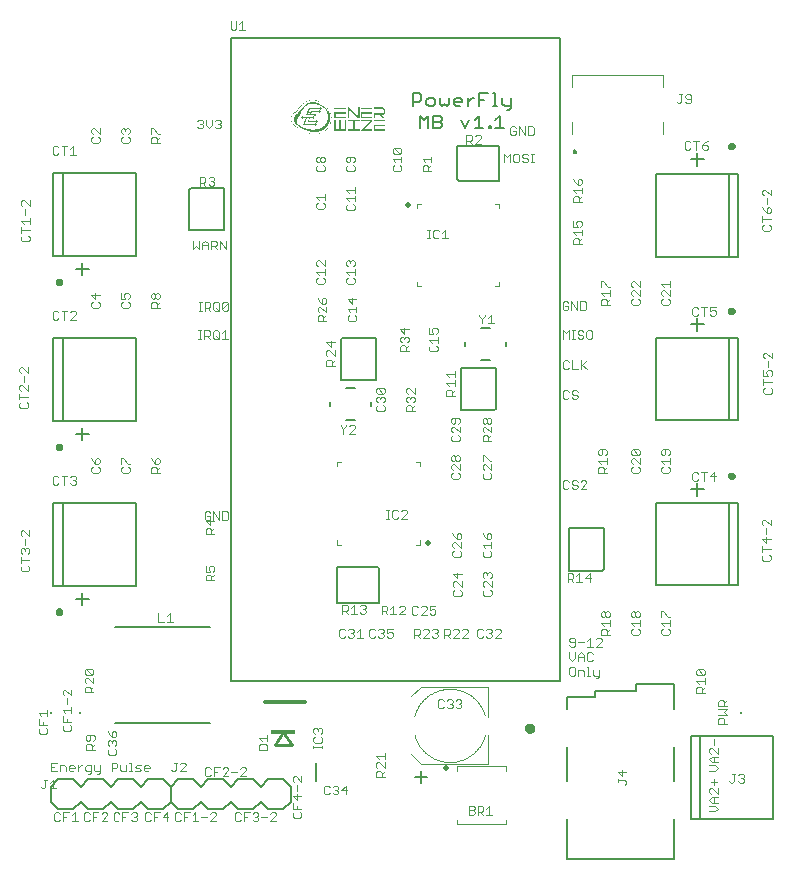
<source format=gbr>
G04 EAGLE Gerber RS-274X export*
G75*
%MOMM*%
%FSLAX34Y34*%
%LPD*%
%INSilkscreen Top*%
%IPPOS*%
%AMOC8*
5,1,8,0,0,1.08239X$1,22.5*%
G01*
%ADD10C,0.203200*%
%ADD11C,0.076200*%
%ADD12C,0.152400*%
%ADD13C,0.304800*%
%ADD14C,0.500000*%
%ADD15C,0.120000*%
%ADD16C,0.127000*%
%ADD17R,0.250000X0.250000*%
%ADD18C,0.300000*%
%ADD19C,0.400000*%
%ADD20C,0.101600*%
%ADD21C,0.200000*%
%ADD22C,0.100000*%
%ADD23C,0.254000*%
%ADD24R,2.100000X0.300000*%

G36*
X236379Y584153D02*
X236379Y584153D01*
X236380Y584152D01*
X237289Y584208D01*
X237291Y584210D01*
X237292Y584208D01*
X238129Y584307D01*
X238131Y584309D01*
X238131Y584308D01*
X238697Y584400D01*
X238699Y584401D01*
X238700Y584400D01*
X239459Y584560D01*
X239460Y584561D01*
X239461Y584560D01*
X239951Y584685D01*
X239952Y584686D01*
X239953Y584685D01*
X240761Y584928D01*
X240762Y584930D01*
X240763Y584929D01*
X241304Y585121D01*
X241304Y585122D01*
X241305Y585122D01*
X241807Y585322D01*
X241808Y585323D01*
X241809Y585322D01*
X242698Y585730D01*
X242700Y585732D01*
X242701Y585732D01*
X243618Y586234D01*
X243619Y586236D01*
X243621Y586235D01*
X243994Y586465D01*
X243995Y586467D01*
X243996Y586467D01*
X244828Y587043D01*
X244829Y587045D01*
X244831Y587045D01*
X245439Y587526D01*
X245439Y587528D01*
X245441Y587528D01*
X245873Y587905D01*
X245873Y587906D01*
X245874Y587906D01*
X246339Y588348D01*
X246339Y588350D01*
X246341Y588350D01*
X246780Y588817D01*
X246780Y588819D01*
X246781Y588819D01*
X247369Y589514D01*
X247369Y589516D01*
X247371Y589516D01*
X247795Y590084D01*
X247795Y590086D01*
X247797Y590086D01*
X248190Y590676D01*
X248189Y590677D01*
X248191Y590678D01*
X248486Y591170D01*
X248485Y591171D01*
X248487Y591171D01*
X248730Y591615D01*
X248730Y591616D01*
X248731Y591617D01*
X249029Y592222D01*
X249029Y592224D01*
X249031Y592224D01*
X249363Y592999D01*
X249362Y593002D01*
X249364Y593002D01*
X249735Y594052D01*
X249734Y594054D01*
X249736Y594055D01*
X250031Y595128D01*
X250030Y595131D01*
X250032Y595131D01*
X250227Y596090D01*
X250226Y596092D01*
X250227Y596093D01*
X250365Y597130D01*
X250364Y597132D01*
X250365Y597133D01*
X250421Y597940D01*
X250420Y597942D01*
X250421Y597943D01*
X250435Y598516D01*
X250434Y598518D01*
X250435Y598519D01*
X250409Y599227D01*
X250408Y599228D01*
X250409Y599230D01*
X250344Y599935D01*
X250342Y599936D01*
X250343Y599937D01*
X250282Y600371D01*
X250280Y600373D01*
X250281Y600374D01*
X250122Y601168D01*
X250119Y601170D01*
X250121Y601172D01*
X249885Y601981D01*
X249883Y601983D01*
X249884Y601985D01*
X249733Y602396D01*
X249732Y602398D01*
X249732Y602399D01*
X249547Y602833D01*
X249544Y602834D01*
X249545Y602836D01*
X249124Y603644D01*
X249122Y603645D01*
X249122Y603646D01*
X248878Y604051D01*
X248877Y604051D01*
X248877Y604053D01*
X248443Y604696D01*
X248441Y604697D01*
X248442Y604698D01*
X247848Y605476D01*
X247846Y605476D01*
X247846Y605478D01*
X247253Y606169D01*
X247252Y606170D01*
X247252Y606171D01*
X246842Y606618D01*
X246840Y606619D01*
X246841Y606620D01*
X245862Y607597D01*
X245860Y607597D01*
X245860Y607599D01*
X244356Y608953D01*
X244354Y608954D01*
X244354Y608955D01*
X243519Y609638D01*
X243517Y609638D01*
X243517Y609639D01*
X242979Y610046D01*
X242978Y610046D01*
X242978Y610048D01*
X241922Y610775D01*
X241920Y610775D01*
X241919Y610776D01*
X240967Y611351D01*
X240964Y611351D01*
X240964Y611353D01*
X239978Y611869D01*
X239976Y611869D01*
X239975Y611870D01*
X239485Y612096D01*
X239484Y612095D01*
X239483Y612097D01*
X238703Y612416D01*
X238700Y612415D01*
X238700Y612417D01*
X237805Y612720D01*
X237804Y612719D01*
X237803Y612721D01*
X237414Y612831D01*
X237412Y612831D01*
X237412Y612832D01*
X236623Y613017D01*
X236622Y613016D01*
X236621Y613017D01*
X236256Y613085D01*
X236255Y613084D01*
X236254Y613085D01*
X235519Y613185D01*
X235516Y613183D01*
X235515Y613185D01*
X234539Y613248D01*
X234536Y613247D01*
X234535Y613248D01*
X233827Y613235D01*
X233825Y613234D01*
X233824Y613235D01*
X233488Y613212D01*
X233486Y613211D01*
X233486Y613212D01*
X232782Y613132D01*
X232780Y613130D01*
X232779Y613131D01*
X232314Y613052D01*
X232312Y613050D01*
X232310Y613051D01*
X231457Y612850D01*
X231455Y612848D01*
X231453Y612849D01*
X230554Y612560D01*
X230553Y612558D01*
X230552Y612559D01*
X230174Y612413D01*
X230173Y612412D01*
X230172Y612412D01*
X229370Y612057D01*
X229369Y612055D01*
X229367Y612056D01*
X228414Y611549D01*
X228413Y611547D01*
X228411Y611548D01*
X227693Y611105D01*
X227692Y611104D01*
X227691Y611104D01*
X227300Y610839D01*
X227300Y610838D01*
X227299Y610838D01*
X226565Y610299D01*
X226564Y610297D01*
X226563Y610298D01*
X226089Y609918D01*
X226088Y609917D01*
X226087Y609917D01*
X225175Y609115D01*
X225175Y609113D01*
X225174Y609113D01*
X224711Y608670D01*
X224711Y608669D01*
X224710Y608669D01*
X223867Y607794D01*
X223867Y607792D01*
X223866Y607792D01*
X221806Y605427D01*
X220804Y604334D01*
X220241Y603754D01*
X219685Y603215D01*
X218100Y601801D01*
X218100Y601799D01*
X218099Y601799D01*
X217549Y601251D01*
X217549Y601248D01*
X217547Y601248D01*
X217105Y600738D01*
X217105Y600736D01*
X217103Y600736D01*
X216839Y600386D01*
X216839Y600383D01*
X216837Y600383D01*
X216560Y599960D01*
X216560Y599957D01*
X216558Y599957D01*
X216377Y599633D01*
X216377Y599630D01*
X216376Y599629D01*
X216374Y599629D01*
X216119Y599041D01*
X216119Y599039D01*
X216118Y599038D01*
X216120Y599036D01*
X216117Y599035D01*
X215950Y598452D01*
X215951Y598449D01*
X215949Y598447D01*
X215948Y598447D01*
X215891Y598114D01*
X215893Y598111D01*
X215891Y598109D01*
X215851Y597504D01*
X215854Y597500D01*
X215851Y597497D01*
X215876Y597093D01*
X215879Y597091D01*
X215877Y597089D01*
X215969Y596489D01*
X215972Y596486D01*
X215970Y596484D01*
X216069Y596092D01*
X216071Y596090D01*
X216070Y596089D01*
X216206Y595672D01*
X216208Y595670D01*
X216208Y595669D01*
X216358Y595293D01*
X216360Y595292D01*
X216359Y595290D01*
X216531Y594924D01*
X216534Y594922D01*
X216533Y594920D01*
X216838Y594395D01*
X216840Y594394D01*
X216840Y594392D01*
X217051Y594087D01*
X217054Y594086D01*
X217053Y594084D01*
X217630Y593379D01*
X217633Y593379D01*
X217632Y593377D01*
X218000Y592982D01*
X218002Y592981D01*
X218001Y592980D01*
X218673Y592316D01*
X218674Y592316D01*
X218674Y592315D01*
X219882Y591186D01*
X219883Y591186D01*
X219883Y591185D01*
X220469Y590677D01*
X220471Y590677D01*
X220471Y590676D01*
X220970Y590274D01*
X220971Y590274D01*
X220971Y590273D01*
X221780Y589665D01*
X221781Y589665D01*
X221782Y589663D01*
X223365Y588573D01*
X223366Y588573D01*
X223366Y588572D01*
X224478Y587868D01*
X224479Y587868D01*
X224479Y587867D01*
X225088Y587505D01*
X225089Y587505D01*
X225089Y587504D01*
X226149Y586912D01*
X226150Y586912D01*
X226151Y586911D01*
X226869Y586538D01*
X226870Y586538D01*
X226870Y586537D01*
X227630Y586172D01*
X227631Y586172D01*
X227632Y586171D01*
X228651Y585723D01*
X228652Y585723D01*
X228653Y585722D01*
X229849Y585262D01*
X229851Y585262D01*
X229851Y585261D01*
X230426Y585066D01*
X230427Y585066D01*
X230428Y585065D01*
X231463Y584759D01*
X231464Y584759D01*
X231465Y584758D01*
X232054Y584610D01*
X232055Y584610D01*
X232056Y584609D01*
X233046Y584402D01*
X233048Y584403D01*
X233048Y584402D01*
X233547Y584320D01*
X233549Y584320D01*
X233549Y584319D01*
X234353Y584220D01*
X234355Y584221D01*
X234355Y584220D01*
X235298Y584156D01*
X235300Y584157D01*
X235301Y584156D01*
X235840Y584152D01*
X235860Y584167D01*
X235871Y584152D01*
X236377Y584152D01*
X236379Y584153D01*
G37*
%LPC*%
G36*
X235955Y584425D02*
X235955Y584425D01*
X235316Y584422D01*
X234477Y584478D01*
X233843Y584549D01*
X232847Y584713D01*
X231862Y584933D01*
X231310Y585080D01*
X230344Y585376D01*
X229804Y585565D01*
X228799Y585953D01*
X228149Y586231D01*
X226781Y586885D01*
X226216Y587182D01*
X225187Y587760D01*
X224580Y588123D01*
X223526Y588789D01*
X222856Y589239D01*
X221781Y589997D01*
X221006Y590590D01*
X220563Y590951D01*
X220179Y591279D01*
X218391Y592968D01*
X217682Y593732D01*
X217447Y594016D01*
X217071Y594530D01*
X216880Y594843D01*
X216600Y595414D01*
X216396Y595946D01*
X216276Y596363D01*
X216173Y596889D01*
X216131Y597253D01*
X216131Y597820D01*
X216169Y598151D01*
X216239Y598510D01*
X216424Y599082D01*
X216649Y599566D01*
X216813Y599857D01*
X217053Y600220D01*
X217488Y600774D01*
X218036Y601363D01*
X218478Y601777D01*
X219190Y602395D01*
X219191Y602396D01*
X219988Y603125D01*
X219988Y603126D01*
X219989Y603126D01*
X220849Y603984D01*
X220849Y603986D01*
X220850Y603986D01*
X221654Y604850D01*
X221654Y604851D01*
X221655Y604851D01*
X222260Y605531D01*
X222260Y605532D01*
X222261Y605532D01*
X223984Y607518D01*
X224842Y608421D01*
X225427Y608978D01*
X226186Y609644D01*
X226923Y610231D01*
X227386Y610567D01*
X228085Y611034D01*
X228603Y611345D01*
X228985Y611558D01*
X229647Y611889D01*
X230138Y612106D01*
X230956Y612414D01*
X231599Y612608D01*
X232351Y612784D01*
X232880Y612873D01*
X233817Y612964D01*
X234522Y612979D01*
X235057Y612953D01*
X235926Y612862D01*
X236423Y612780D01*
X236884Y612684D01*
X237761Y612451D01*
X238367Y612251D01*
X239119Y611959D01*
X239672Y611714D01*
X240366Y611370D01*
X241274Y610858D01*
X241760Y610556D01*
X242813Y609832D01*
X243666Y609174D01*
X244183Y608743D01*
X245611Y607457D01*
X246192Y606896D01*
X246705Y606363D01*
X247337Y605663D01*
X247660Y605275D01*
X247972Y604879D01*
X248461Y604196D01*
X248937Y603423D01*
X249234Y602860D01*
X249388Y602525D01*
X249539Y602151D01*
X249741Y601547D01*
X249941Y600732D01*
X250004Y600402D01*
X250105Y599637D01*
X250165Y598563D01*
X250130Y597555D01*
X250093Y597121D01*
X250000Y596387D01*
X249837Y595494D01*
X249714Y594971D01*
X249446Y594032D01*
X249295Y593587D01*
X249105Y593084D01*
X248773Y592312D01*
X248443Y591650D01*
X247953Y590807D01*
X247580Y590248D01*
X247301Y589869D01*
X246815Y589268D01*
X246481Y588891D01*
X245963Y588362D01*
X245644Y588065D01*
X245290Y587754D01*
X244686Y587273D01*
X243772Y586644D01*
X242811Y586090D01*
X242178Y585779D01*
X241216Y585376D01*
X240325Y585073D01*
X239840Y584933D01*
X238990Y584732D01*
X238528Y584644D01*
X237696Y584521D01*
X236658Y584430D01*
X235985Y584426D01*
X235966Y584411D01*
X235955Y584425D01*
G37*
%LPD*%
G36*
X236370Y586042D02*
X236370Y586042D01*
X236378Y586042D01*
X236379Y586042D01*
X236919Y586046D01*
X236921Y586047D01*
X236922Y586046D01*
X237998Y586138D01*
X238000Y586140D01*
X238002Y586138D01*
X239167Y586330D01*
X239168Y586331D01*
X239169Y586330D01*
X239729Y586456D01*
X239730Y586457D01*
X239731Y586457D01*
X240219Y586589D01*
X240220Y586590D01*
X240221Y586589D01*
X240705Y586737D01*
X240706Y586739D01*
X240707Y586738D01*
X241562Y587051D01*
X241564Y587053D01*
X241565Y587052D01*
X242030Y587251D01*
X242031Y587253D01*
X242032Y587252D01*
X242761Y587605D01*
X242762Y587607D01*
X242763Y587606D01*
X243148Y587816D01*
X243149Y587818D01*
X243150Y587818D01*
X243925Y588296D01*
X243926Y588298D01*
X243928Y588298D01*
X244613Y588789D01*
X244614Y588791D01*
X244615Y588791D01*
X244957Y589065D01*
X244958Y589067D01*
X244959Y589067D01*
X245540Y589581D01*
X245540Y589583D01*
X245542Y589583D01*
X245903Y589937D01*
X245904Y589939D01*
X245905Y589939D01*
X246449Y590539D01*
X246449Y590541D01*
X246451Y590541D01*
X246768Y590935D01*
X246769Y590936D01*
X246770Y590936D01*
X247071Y591343D01*
X247071Y591345D01*
X247073Y591345D01*
X247516Y592022D01*
X247516Y592025D01*
X247518Y592025D01*
X247788Y592492D01*
X247788Y592494D01*
X247789Y592494D01*
X248094Y593096D01*
X248093Y593098D01*
X248095Y593099D01*
X248298Y593562D01*
X248298Y593564D01*
X248299Y593565D01*
X248585Y594322D01*
X248585Y594324D01*
X248586Y594324D01*
X248778Y594936D01*
X248777Y594938D01*
X248779Y594939D01*
X248991Y595790D01*
X248990Y595792D01*
X248991Y595793D01*
X249116Y596456D01*
X249115Y596458D01*
X249116Y596458D01*
X249220Y597261D01*
X249219Y597263D01*
X249220Y597265D01*
X249282Y598274D01*
X249280Y598277D01*
X249282Y598278D01*
X249267Y599088D01*
X249266Y599090D01*
X249267Y599091D01*
X249199Y599864D01*
X249198Y599866D01*
X249199Y599867D01*
X249132Y600334D01*
X249131Y600336D01*
X249132Y600337D01*
X249021Y600899D01*
X249019Y600901D01*
X249020Y600903D01*
X248787Y601748D01*
X248784Y601750D01*
X248785Y601752D01*
X248625Y602196D01*
X248623Y602197D01*
X248624Y602199D01*
X248452Y602602D01*
X248450Y602603D01*
X248451Y602605D01*
X248145Y603206D01*
X248142Y603207D01*
X248143Y603209D01*
X247952Y603527D01*
X247949Y603528D01*
X247950Y603530D01*
X247508Y604167D01*
X247505Y604168D01*
X247506Y604170D01*
X247039Y604747D01*
X247038Y604748D01*
X247038Y604749D01*
X246747Y605077D01*
X246745Y605077D01*
X246745Y605078D01*
X246303Y605542D01*
X246301Y605543D01*
X246302Y605544D01*
X245762Y606053D01*
X245760Y606053D01*
X245760Y606055D01*
X245084Y606645D01*
X245083Y606645D01*
X245068Y606647D01*
X245065Y606662D01*
X245063Y606661D01*
X245063Y606663D01*
X244629Y607018D01*
X244627Y607018D01*
X244627Y607019D01*
X243145Y608134D01*
X243143Y608134D01*
X243143Y608135D01*
X242646Y608483D01*
X242644Y608483D01*
X242644Y608484D01*
X241677Y609101D01*
X241676Y609101D01*
X241675Y609103D01*
X240943Y609521D01*
X240942Y609521D01*
X240942Y609522D01*
X240435Y609790D01*
X240433Y609789D01*
X240433Y609791D01*
X239609Y610178D01*
X239607Y610178D01*
X239607Y610179D01*
X239172Y610363D01*
X239170Y610363D01*
X239170Y610364D01*
X238285Y610693D01*
X238283Y610692D01*
X238282Y610694D01*
X237896Y610815D01*
X237894Y610815D01*
X237894Y610816D01*
X236948Y611066D01*
X236946Y611065D01*
X236946Y611067D01*
X236450Y611167D01*
X236448Y611166D01*
X236447Y611168D01*
X235579Y611292D01*
X235576Y611291D01*
X235575Y611293D01*
X234700Y611352D01*
X234698Y611350D01*
X234696Y611352D01*
X233853Y611338D01*
X233850Y611336D01*
X233849Y611338D01*
X233144Y611268D01*
X233142Y611266D01*
X233140Y611268D01*
X232244Y611108D01*
X232242Y611106D01*
X232240Y611107D01*
X231587Y610936D01*
X231586Y610934D01*
X231584Y610935D01*
X230724Y610633D01*
X230723Y610631D01*
X230722Y610632D01*
X230287Y610447D01*
X230286Y610445D01*
X230285Y610446D01*
X229739Y610180D01*
X229738Y610178D01*
X229736Y610179D01*
X229002Y609764D01*
X229001Y609762D01*
X229000Y609762D01*
X228573Y609490D01*
X228573Y609488D01*
X228571Y609489D01*
X227831Y608958D01*
X227830Y608955D01*
X227829Y608955D01*
X226946Y608223D01*
X226946Y608220D01*
X226944Y608221D01*
X226232Y607550D01*
X226232Y607547D01*
X226230Y607547D01*
X225471Y606734D01*
X225470Y606732D01*
X225469Y606732D01*
X224775Y605905D01*
X224775Y605902D01*
X224774Y605902D01*
X223138Y603716D01*
X222026Y602317D01*
X221065Y601234D01*
X219913Y600051D01*
X219913Y600048D01*
X219911Y600048D01*
X219604Y599690D01*
X219604Y599687D01*
X219602Y599687D01*
X219180Y599118D01*
X219180Y599114D01*
X219177Y599114D01*
X218801Y598474D01*
X218802Y598470D01*
X218799Y598470D01*
X218659Y598162D01*
X218660Y598159D01*
X218657Y598158D01*
X218476Y597614D01*
X218477Y597610D01*
X218474Y597609D01*
X218410Y597312D01*
X218412Y597309D01*
X218409Y597308D01*
X218356Y596838D01*
X218358Y596835D01*
X218356Y596833D01*
X218357Y596529D01*
X218358Y596527D01*
X218357Y596525D01*
X218382Y596223D01*
X218385Y596220D01*
X218383Y596218D01*
X218469Y595754D01*
X218472Y595751D01*
X218470Y595749D01*
X218604Y595296D01*
X218607Y595294D01*
X218605Y595292D01*
X218752Y594915D01*
X218755Y594913D01*
X218754Y594911D01*
X218980Y594458D01*
X218982Y594457D01*
X218982Y594455D01*
X219207Y594079D01*
X219210Y594077D01*
X219209Y594075D01*
X219424Y593773D01*
X219427Y593772D01*
X219426Y593770D01*
X219707Y593433D01*
X219710Y593432D01*
X219710Y593430D01*
X220085Y593043D01*
X220088Y593042D01*
X220087Y593041D01*
X220461Y592699D01*
X220463Y592699D01*
X220463Y592698D01*
X221058Y592201D01*
X221060Y592201D01*
X221060Y592200D01*
X222582Y591025D01*
X222584Y591025D01*
X222584Y591023D01*
X223505Y590398D01*
X223507Y590398D01*
X223508Y590396D01*
X224839Y589599D01*
X224840Y589600D01*
X224840Y589598D01*
X225966Y588984D01*
X225967Y588985D01*
X225967Y588984D01*
X226718Y588601D01*
X226720Y588601D01*
X226720Y588600D01*
X227973Y588014D01*
X227974Y588015D01*
X227975Y588013D01*
X229190Y587510D01*
X229191Y587510D01*
X229192Y587509D01*
X230174Y587149D01*
X230175Y587150D01*
X230175Y587149D01*
X230784Y586948D01*
X230785Y586949D01*
X230786Y586948D01*
X231725Y586675D01*
X231726Y586675D01*
X231727Y586674D01*
X232348Y586518D01*
X232350Y586519D01*
X232350Y586518D01*
X233275Y586323D01*
X233276Y586324D01*
X233276Y586323D01*
X233808Y586232D01*
X233809Y586233D01*
X233810Y586232D01*
X234311Y586161D01*
X234312Y586162D01*
X234313Y586161D01*
X235219Y586071D01*
X235221Y586072D01*
X235221Y586071D01*
X235828Y586038D01*
X235830Y586040D01*
X235831Y586038D01*
X236370Y586042D01*
G37*
%LPC*%
G36*
X234204Y588135D02*
X234204Y588135D01*
X233198Y588224D01*
X231799Y588431D01*
X230645Y588667D01*
X229502Y588954D01*
X228854Y589139D01*
X227763Y589485D01*
X226777Y589832D01*
X226276Y590026D01*
X225289Y590456D01*
X224877Y590680D01*
X224214Y591077D01*
X223494Y591572D01*
X222868Y592079D01*
X222572Y592352D01*
X222222Y592711D01*
X221824Y593207D01*
X221641Y593486D01*
X221479Y593778D01*
X221355Y594050D01*
X221253Y594331D01*
X221139Y594818D01*
X221107Y595114D01*
X221105Y595447D01*
X221128Y595711D01*
X221176Y596007D01*
X221255Y596331D01*
X221381Y596712D01*
X221536Y597082D01*
X221793Y597591D01*
X222067Y598052D01*
X222885Y599289D01*
X222885Y599291D01*
X222886Y599291D01*
X223267Y599928D01*
X223267Y599929D01*
X223268Y599929D01*
X223596Y600519D01*
X223596Y600520D01*
X223597Y600520D01*
X224377Y602054D01*
X224377Y602055D01*
X224378Y602055D01*
X225018Y603393D01*
X225497Y604281D01*
X225757Y604713D01*
X226127Y605274D01*
X226563Y605872D01*
X226835Y606213D01*
X227483Y606941D01*
X227888Y607344D01*
X228312Y607727D01*
X228622Y607983D01*
X229187Y608406D01*
X229980Y608912D01*
X230301Y609092D01*
X230753Y609314D01*
X231154Y609484D01*
X231724Y609685D01*
X232175Y609815D01*
X232633Y609916D01*
X233029Y609983D01*
X233664Y610051D01*
X234301Y610077D01*
X234937Y610052D01*
X235806Y609957D01*
X236335Y609867D01*
X237316Y609635D01*
X238344Y609313D01*
X239411Y608904D01*
X239998Y608650D01*
X242162Y607628D01*
X243079Y607132D01*
X243454Y606908D01*
X243986Y606556D01*
X244416Y606233D01*
X244715Y605983D01*
X244715Y605982D01*
X244730Y605981D01*
X244733Y605970D01*
X244733Y605967D01*
X245020Y605703D01*
X245322Y605389D01*
X245541Y605135D01*
X245843Y604735D01*
X246265Y604050D01*
X246604Y603357D01*
X246766Y602953D01*
X246997Y602251D01*
X247195Y601436D01*
X247276Y600973D01*
X247365Y600240D01*
X247409Y599535D01*
X247410Y598898D01*
X247340Y597892D01*
X247233Y597161D01*
X247147Y596734D01*
X246920Y595890D01*
X246769Y595446D01*
X246463Y594701D01*
X246032Y593864D01*
X245808Y593490D01*
X245491Y593016D01*
X245148Y592560D01*
X244626Y591946D01*
X243960Y591283D01*
X243265Y590698D01*
X242835Y590378D01*
X242246Y589988D01*
X241872Y589766D01*
X241158Y589387D01*
X240671Y589162D01*
X240205Y588971D01*
X239476Y588713D01*
X238960Y588561D01*
X238308Y588402D01*
X237514Y588258D01*
X236814Y588171D01*
X235942Y588110D01*
X235471Y588106D01*
X235413Y588106D01*
X234942Y588102D01*
X234204Y588135D01*
G37*
%LPD*%
G36*
X236922Y591523D02*
X236922Y591523D01*
X236925Y591521D01*
X237158Y591552D01*
X237165Y591558D01*
X237170Y591555D01*
X237357Y591631D01*
X237361Y591637D01*
X237366Y591635D01*
X237506Y591729D01*
X237509Y591736D01*
X237514Y591735D01*
X237633Y591854D01*
X237634Y591862D01*
X237639Y591862D01*
X237769Y592058D01*
X237768Y592067D01*
X237774Y592069D01*
X237841Y592260D01*
X237839Y592267D01*
X237844Y592270D01*
X237869Y592471D01*
X237865Y592479D01*
X237869Y592483D01*
X237845Y592684D01*
X237840Y592689D01*
X237843Y592693D01*
X237791Y592853D01*
X237785Y592858D01*
X237787Y592863D01*
X237668Y593066D01*
X237661Y593069D01*
X237661Y593075D01*
X237522Y593221D01*
X237514Y593223D01*
X237514Y593228D01*
X237346Y593341D01*
X237337Y593341D01*
X237335Y593347D01*
X237145Y593416D01*
X237139Y593414D01*
X237136Y593419D01*
X236970Y593446D01*
X236963Y593442D01*
X236959Y593447D01*
X236724Y593431D01*
X236719Y593427D01*
X236715Y593430D01*
X236584Y593395D01*
X236580Y593390D01*
X236576Y593392D01*
X236423Y593322D01*
X236420Y593316D01*
X236415Y593317D01*
X236278Y593219D01*
X236276Y593213D01*
X236272Y593214D01*
X236153Y593094D01*
X236153Y593087D01*
X236148Y593086D01*
X236106Y593025D01*
X228115Y593034D01*
X229581Y597695D01*
X229610Y597746D01*
X231168Y597746D01*
X230131Y594395D01*
X230132Y594395D01*
X230131Y594394D01*
X230133Y594392D01*
X230152Y594339D01*
X230168Y594345D01*
X230178Y594331D01*
X236861Y594313D01*
X237079Y594088D01*
X237089Y594086D01*
X237089Y594080D01*
X237234Y593993D01*
X237241Y593994D01*
X237243Y593989D01*
X237433Y593921D01*
X237441Y593924D01*
X237443Y593919D01*
X237644Y593893D01*
X237652Y593897D01*
X237656Y593892D01*
X237857Y593916D01*
X237862Y593921D01*
X237867Y593918D01*
X238058Y593982D01*
X238063Y593988D01*
X238068Y593986D01*
X238213Y594072D01*
X238216Y594079D01*
X238222Y594078D01*
X238394Y594239D01*
X238396Y594248D01*
X238402Y594249D01*
X238528Y594447D01*
X238528Y594454D01*
X238533Y594456D01*
X238582Y594581D01*
X238580Y594588D01*
X238584Y594590D01*
X238618Y594755D01*
X238617Y594757D01*
X238616Y594758D01*
X238614Y594763D01*
X238619Y594767D01*
X238607Y595036D01*
X238602Y595042D01*
X238605Y595047D01*
X238559Y595209D01*
X238553Y595214D01*
X238555Y595218D01*
X238478Y595368D01*
X238471Y595371D01*
X238472Y595376D01*
X238325Y595560D01*
X238317Y595562D01*
X238317Y595568D01*
X238184Y595671D01*
X238177Y595671D01*
X238176Y595676D01*
X238026Y595752D01*
X238019Y595751D01*
X238018Y595756D01*
X237825Y595815D01*
X237815Y595811D01*
X237810Y595817D01*
X237507Y595817D01*
X237499Y595811D01*
X237493Y595815D01*
X237300Y595758D01*
X237295Y595752D01*
X237290Y595754D01*
X237112Y595659D01*
X237108Y595652D01*
X237103Y595653D01*
X236950Y595521D01*
X236949Y595514D01*
X236944Y595514D01*
X236856Y595401D01*
X231588Y595405D01*
X232307Y597741D01*
X234255Y597746D01*
X234393Y597590D01*
X234398Y597589D01*
X234398Y597585D01*
X234528Y597477D01*
X234535Y597477D01*
X234536Y597471D01*
X234715Y597377D01*
X234722Y597378D01*
X234723Y597373D01*
X234884Y597323D01*
X234893Y597326D01*
X234897Y597321D01*
X235167Y597310D01*
X235175Y597316D01*
X235180Y597311D01*
X235409Y597366D01*
X235415Y597373D01*
X235421Y597371D01*
X235657Y597500D01*
X235661Y597509D01*
X235667Y597508D01*
X235814Y597647D01*
X235815Y597655D01*
X235821Y597655D01*
X235932Y597824D01*
X235932Y597832D01*
X235937Y597833D01*
X236000Y597989D01*
X235998Y597996D01*
X236003Y597998D01*
X236036Y598163D01*
X236033Y598171D01*
X236037Y598174D01*
X236029Y598444D01*
X236022Y598452D01*
X236026Y598457D01*
X235964Y598649D01*
X235960Y598653D01*
X235962Y598656D01*
X235901Y598777D01*
X235894Y598780D01*
X235896Y598785D01*
X235770Y598944D01*
X235762Y598946D01*
X235762Y598952D01*
X235605Y599078D01*
X235600Y599078D01*
X235599Y599082D01*
X235483Y599150D01*
X235475Y599149D01*
X235473Y599155D01*
X235280Y599216D01*
X235274Y599213D01*
X235272Y599217D01*
X235105Y599240D01*
X235098Y599236D01*
X235095Y599240D01*
X234926Y599227D01*
X234922Y599223D01*
X234918Y599226D01*
X234755Y599184D01*
X234750Y599178D01*
X234745Y599180D01*
X234534Y599075D01*
X234529Y599065D01*
X234522Y599066D01*
X234275Y598827D01*
X226710Y598827D01*
X226702Y598829D01*
X226633Y598921D01*
X226626Y598923D01*
X226627Y598928D01*
X226503Y599043D01*
X226495Y599044D01*
X226494Y599049D01*
X226261Y599184D01*
X226252Y599183D01*
X226249Y599189D01*
X226055Y599242D01*
X226046Y599238D01*
X226042Y599243D01*
X225772Y599243D01*
X225764Y599238D01*
X225759Y599242D01*
X225564Y599190D01*
X225559Y599184D01*
X225554Y599186D01*
X225404Y599109D01*
X225401Y599102D01*
X225396Y599103D01*
X225188Y598932D01*
X225186Y598923D01*
X225180Y598923D01*
X225080Y598787D01*
X225080Y598780D01*
X225075Y598779D01*
X225002Y598628D01*
X225002Y598626D01*
X225003Y598624D01*
X225003Y598621D01*
X224998Y598619D01*
X224947Y598423D01*
X224951Y598415D01*
X224946Y598411D01*
X224947Y598141D01*
X224952Y598134D01*
X224948Y598129D01*
X224991Y597966D01*
X224997Y597961D01*
X224995Y597957D01*
X225082Y597775D01*
X225090Y597771D01*
X225088Y597765D01*
X225214Y597607D01*
X225224Y597605D01*
X225224Y597598D01*
X225470Y597422D01*
X225480Y597422D01*
X225482Y597416D01*
X225639Y597355D01*
X225645Y597357D01*
X225648Y597353D01*
X225813Y597323D01*
X225820Y597326D01*
X225824Y597322D01*
X226060Y597331D01*
X226065Y597335D01*
X226066Y597336D01*
X226071Y597333D01*
X226265Y597387D01*
X226271Y597394D01*
X226277Y597392D01*
X226508Y597530D01*
X226512Y597540D01*
X226520Y597539D01*
X226707Y597746D01*
X228457Y597746D01*
X226663Y592006D01*
X226663Y592005D01*
X226662Y592005D01*
X226664Y592002D01*
X226683Y591950D01*
X226699Y591956D01*
X226710Y591942D01*
X236098Y591942D01*
X236211Y591804D01*
X236219Y591802D01*
X236219Y591797D01*
X236377Y591671D01*
X236386Y591671D01*
X236387Y591665D01*
X236633Y591555D01*
X236643Y591557D01*
X236647Y591551D01*
X236880Y591521D01*
X236884Y591523D01*
X236886Y591521D01*
X236918Y591520D01*
X236922Y591523D01*
G37*
G36*
X257765Y587167D02*
X257765Y587167D01*
X262780Y587177D01*
X262828Y587214D01*
X262822Y587221D01*
X262829Y587227D01*
X262829Y596166D01*
X262793Y596214D01*
X262786Y596208D01*
X262780Y596216D01*
X261649Y596213D01*
X261602Y596177D01*
X261607Y596170D01*
X261600Y596164D01*
X261600Y588385D01*
X258361Y588385D01*
X258351Y596151D01*
X258340Y596165D01*
X258345Y596174D01*
X258333Y596196D01*
X258297Y596213D01*
X258290Y596222D01*
X257176Y596222D01*
X257129Y596186D01*
X257135Y596179D01*
X257127Y596173D01*
X257121Y588385D01*
X253864Y588385D01*
X253861Y596158D01*
X253842Y596183D01*
X253842Y596197D01*
X253823Y596212D01*
X253800Y596212D01*
X253792Y596222D01*
X252713Y596222D01*
X252698Y596211D01*
X252688Y596216D01*
X252667Y596203D01*
X252652Y596168D01*
X252642Y596161D01*
X252642Y587221D01*
X252678Y587174D01*
X252686Y587179D01*
X252692Y587172D01*
X257713Y587167D01*
X257765Y587167D01*
X257765Y587167D01*
G37*
G36*
X236692Y599697D02*
X236692Y599697D01*
X236696Y599700D01*
X236698Y599697D01*
X236930Y599738D01*
X236937Y599745D01*
X236943Y599742D01*
X237156Y599845D01*
X237159Y599852D01*
X237165Y599851D01*
X237296Y599957D01*
X237297Y599963D01*
X237302Y599963D01*
X237434Y600115D01*
X237435Y600124D01*
X237437Y600125D01*
X237442Y600126D01*
X237544Y600339D01*
X237543Y600346D01*
X237547Y600348D01*
X237580Y600479D01*
X237578Y600483D01*
X237582Y600485D01*
X237600Y600653D01*
X237596Y600660D01*
X237600Y600664D01*
X237581Y600831D01*
X237576Y600837D01*
X237579Y600842D01*
X237494Y601096D01*
X237486Y601101D01*
X237488Y601107D01*
X237397Y601249D01*
X237390Y601252D01*
X237391Y601257D01*
X237249Y601401D01*
X237241Y601402D01*
X237240Y601408D01*
X237042Y601534D01*
X237033Y601533D01*
X237030Y601539D01*
X236838Y601602D01*
X236831Y601600D01*
X236829Y601604D01*
X236661Y601624D01*
X236654Y601620D01*
X236650Y601624D01*
X236416Y601599D01*
X236411Y601594D01*
X236406Y601597D01*
X236246Y601544D01*
X236242Y601538D01*
X236237Y601540D01*
X236091Y601455D01*
X236089Y601450D01*
X236085Y601451D01*
X235954Y601345D01*
X235953Y601338D01*
X235947Y601338D01*
X235837Y601203D01*
X233385Y601203D01*
X233926Y602928D01*
X239490Y602945D01*
X239628Y602750D01*
X239637Y602747D01*
X239636Y602740D01*
X239792Y602611D01*
X239798Y602610D01*
X239799Y602605D01*
X239917Y602539D01*
X239923Y602540D01*
X239924Y602536D01*
X240114Y602468D01*
X240121Y602470D01*
X240124Y602466D01*
X240291Y602441D01*
X240298Y602445D01*
X240301Y602441D01*
X240469Y602452D01*
X240471Y602454D01*
X240473Y602454D01*
X240475Y602455D01*
X240477Y602453D01*
X240641Y602490D01*
X240646Y602497D01*
X240652Y602494D01*
X240864Y602597D01*
X240868Y602605D01*
X240874Y602604D01*
X241029Y602735D01*
X241030Y602741D01*
X241035Y602741D01*
X241141Y602872D01*
X241141Y602880D01*
X241147Y602881D01*
X241238Y603062D01*
X241237Y603069D01*
X241241Y603071D01*
X241294Y603266D01*
X241290Y603275D01*
X241294Y603278D01*
X241293Y603278D01*
X241296Y603279D01*
X241294Y603549D01*
X241288Y603556D01*
X241292Y603561D01*
X241248Y603724D01*
X241242Y603728D01*
X241245Y603733D01*
X241141Y603945D01*
X241133Y603949D01*
X241134Y603956D01*
X241024Y604083D01*
X241019Y604085D01*
X241019Y604088D01*
X240892Y604199D01*
X240885Y604199D01*
X240884Y604205D01*
X240737Y604287D01*
X240730Y604286D01*
X240729Y604291D01*
X240537Y604356D01*
X240527Y604353D01*
X240523Y604359D01*
X240254Y604370D01*
X240247Y604365D01*
X240243Y604369D01*
X240077Y604339D01*
X240073Y604334D01*
X240069Y604336D01*
X239911Y604276D01*
X239908Y604270D01*
X239903Y604272D01*
X239760Y604183D01*
X239758Y604176D01*
X239752Y604177D01*
X239594Y604026D01*
X239581Y604026D01*
X233173Y604026D01*
X233129Y603992D01*
X233126Y603991D01*
X232239Y601203D01*
X230690Y601189D01*
X231985Y605355D01*
X240292Y605355D01*
X240301Y605354D01*
X240433Y605185D01*
X240440Y605184D01*
X240440Y605178D01*
X240567Y605068D01*
X240576Y605068D01*
X240578Y605062D01*
X240759Y604972D01*
X240765Y604973D01*
X240767Y604968D01*
X240961Y604913D01*
X240970Y604916D01*
X240971Y604916D01*
X240975Y604911D01*
X241244Y604910D01*
X241252Y604916D01*
X241257Y604911D01*
X241452Y604966D01*
X241456Y604971D01*
X241460Y604969D01*
X241612Y605042D01*
X241615Y605048D01*
X241619Y605046D01*
X241729Y605124D01*
X241731Y605131D01*
X241736Y605130D01*
X241876Y605277D01*
X241876Y605284D01*
X241882Y605284D01*
X241972Y605427D01*
X241971Y605433D01*
X241976Y605434D01*
X242027Y605559D01*
X242025Y605564D01*
X242029Y605565D01*
X242072Y605728D01*
X242068Y605738D01*
X242071Y605740D01*
X242073Y605742D01*
X242069Y606011D01*
X242063Y606018D01*
X242067Y606024D01*
X242012Y606218D01*
X242006Y606222D01*
X242008Y606227D01*
X241933Y606377D01*
X241927Y606380D01*
X241928Y606385D01*
X241827Y606520D01*
X241819Y606522D01*
X241819Y606528D01*
X241665Y606658D01*
X241659Y606658D01*
X241658Y606663D01*
X241513Y606749D01*
X241505Y606748D01*
X241503Y606753D01*
X241309Y606813D01*
X241303Y606810D01*
X241301Y606814D01*
X241134Y606835D01*
X241126Y606831D01*
X241122Y606835D01*
X240921Y606814D01*
X240915Y606808D01*
X240911Y606811D01*
X240688Y606734D01*
X240683Y606728D01*
X240678Y606730D01*
X240535Y606640D01*
X240533Y606635D01*
X240529Y606636D01*
X240427Y606548D01*
X240425Y606541D01*
X240420Y606541D01*
X240347Y606450D01*
X240339Y606449D01*
X231236Y606448D01*
X231192Y606414D01*
X231189Y606413D01*
X229223Y600179D01*
X229223Y600178D01*
X229222Y600177D01*
X229224Y600175D01*
X229243Y600123D01*
X229259Y600129D01*
X229270Y600115D01*
X235841Y600111D01*
X235847Y600111D01*
X235934Y599996D01*
X235941Y599993D01*
X235940Y599988D01*
X236067Y599877D01*
X236075Y599876D01*
X236076Y599871D01*
X236252Y599773D01*
X236259Y599774D01*
X236260Y599769D01*
X236420Y599715D01*
X236429Y599718D01*
X236432Y599713D01*
X236667Y599696D01*
X236671Y599698D01*
X236673Y599696D01*
X236692Y599697D01*
G37*
G36*
X295938Y597622D02*
X295938Y597622D01*
X295944Y597642D01*
X295928Y597683D01*
X295928Y597693D01*
X292781Y600409D01*
X293443Y600428D01*
X293447Y600432D01*
X293449Y600429D01*
X293682Y600468D01*
X293686Y600472D01*
X293688Y600470D01*
X294043Y600576D01*
X294046Y600580D01*
X294049Y600578D01*
X294235Y600658D01*
X294237Y600662D01*
X294240Y600661D01*
X294503Y600812D01*
X294504Y600816D01*
X294507Y600815D01*
X294751Y600996D01*
X294752Y601000D01*
X294755Y600999D01*
X294931Y601157D01*
X294931Y601161D01*
X294935Y601161D01*
X295178Y601441D01*
X295178Y601446D01*
X295182Y601447D01*
X295458Y601870D01*
X295457Y601876D01*
X295461Y601877D01*
X295659Y602305D01*
X295659Y602309D01*
X295661Y602310D01*
X295758Y602597D01*
X295757Y602600D01*
X295760Y602601D01*
X295825Y602863D01*
X295823Y602867D01*
X295826Y602868D01*
X295893Y603369D01*
X295891Y603374D01*
X295894Y603376D01*
X295891Y603916D01*
X295889Y603919D01*
X295891Y603921D01*
X295860Y604189D01*
X295858Y604191D01*
X295859Y604193D01*
X295795Y604524D01*
X295792Y604526D01*
X295793Y604529D01*
X295707Y604820D01*
X295705Y604822D01*
X295706Y604824D01*
X295582Y605138D01*
X295579Y605139D01*
X295580Y605142D01*
X295427Y605442D01*
X295423Y605444D01*
X295424Y605447D01*
X295199Y605784D01*
X295196Y605785D01*
X295196Y605788D01*
X295048Y605971D01*
X295044Y605972D01*
X295044Y605975D01*
X294855Y606166D01*
X294851Y606167D01*
X294851Y606170D01*
X294643Y606342D01*
X294640Y606342D01*
X294639Y606345D01*
X294415Y606495D01*
X294411Y606495D01*
X294410Y606498D01*
X294141Y606638D01*
X294137Y606637D01*
X294136Y606640D01*
X293947Y606713D01*
X293943Y606712D01*
X293942Y606714D01*
X293682Y606784D01*
X293678Y606783D01*
X293677Y606785D01*
X293411Y606829D01*
X293405Y606826D01*
X293403Y606830D01*
X286319Y606836D01*
X286271Y606801D01*
X286277Y606793D01*
X286269Y606787D01*
X286267Y605576D01*
X286277Y605562D01*
X286272Y605553D01*
X286284Y605531D01*
X286321Y605513D01*
X286327Y605504D01*
X293405Y605498D01*
X293623Y605442D01*
X293888Y605316D01*
X294074Y605182D01*
X294217Y605050D01*
X294455Y604734D01*
X294590Y604471D01*
X294686Y604190D01*
X294732Y603965D01*
X294755Y603735D01*
X294754Y603505D01*
X294689Y603079D01*
X294599Y602798D01*
X294414Y602448D01*
X294278Y602265D01*
X294042Y602037D01*
X293705Y601835D01*
X293521Y601771D01*
X293365Y601736D01*
X286319Y601729D01*
X286272Y601693D01*
X286275Y601689D01*
X286272Y601687D01*
X286275Y601683D01*
X286270Y601680D01*
X286267Y597635D01*
X286303Y597588D01*
X286311Y597594D01*
X286316Y597586D01*
X286822Y597586D01*
X286856Y597586D01*
X287356Y597592D01*
X287403Y597629D01*
X287398Y597636D01*
X287405Y597641D01*
X287411Y600419D01*
X290886Y600419D01*
X294143Y597614D01*
X294151Y597613D01*
X294152Y597608D01*
X294180Y597592D01*
X294197Y597595D01*
X294203Y597586D01*
X295890Y597586D01*
X295938Y597622D01*
G37*
G36*
X265181Y597597D02*
X265181Y597597D01*
X265228Y597634D01*
X265222Y597641D01*
X265229Y597646D01*
X265238Y604981D01*
X273118Y597619D01*
X273123Y597619D01*
X273123Y597615D01*
X273149Y597596D01*
X273171Y597597D01*
X273178Y597587D01*
X274156Y597586D01*
X274180Y597604D01*
X274193Y597603D01*
X274209Y597621D01*
X274211Y597646D01*
X274221Y597653D01*
X274215Y606762D01*
X274202Y606779D01*
X274206Y606791D01*
X274191Y606810D01*
X274160Y606820D01*
X274152Y606831D01*
X273075Y606834D01*
X273028Y606798D01*
X273033Y606791D01*
X273026Y606785D01*
X273020Y599442D01*
X265120Y606814D01*
X265094Y606816D01*
X265086Y606827D01*
X264088Y606820D01*
X264041Y606784D01*
X264047Y606776D01*
X264039Y606771D01*
X264033Y597663D01*
X264038Y597656D01*
X264035Y597652D01*
X264041Y597625D01*
X264086Y597586D01*
X264088Y597588D01*
X264089Y597586D01*
X264628Y597586D01*
X264651Y597586D01*
X264652Y597587D01*
X264652Y597586D01*
X265181Y597597D01*
G37*
G36*
X280254Y587167D02*
X280254Y587167D01*
X285002Y587175D01*
X285050Y587211D01*
X285044Y587219D01*
X285051Y587225D01*
X285049Y588336D01*
X285013Y588383D01*
X285006Y588377D01*
X285000Y588385D01*
X277849Y588385D01*
X285028Y595564D01*
X285030Y595575D01*
X285030Y595576D01*
X285032Y595590D01*
X285043Y595598D01*
X285051Y596168D01*
X285016Y596216D01*
X285008Y596210D01*
X285002Y596218D01*
X275494Y596222D01*
X275477Y596210D01*
X275466Y596214D01*
X275446Y596200D01*
X275435Y596167D01*
X275424Y596159D01*
X275432Y595053D01*
X275468Y595006D01*
X275475Y595012D01*
X275481Y595004D01*
X282638Y595004D01*
X275446Y587812D01*
X275444Y587794D01*
X275433Y587789D01*
X275426Y587758D01*
X275429Y587750D01*
X275424Y587746D01*
X275433Y587215D01*
X275470Y587168D01*
X275477Y587174D01*
X275482Y587167D01*
X280254Y587167D01*
X280254Y587167D01*
G37*
G36*
X274175Y587183D02*
X274175Y587183D01*
X274189Y587181D01*
X274206Y587197D01*
X274210Y587225D01*
X274220Y587233D01*
X274210Y588336D01*
X274174Y588383D01*
X274166Y588377D01*
X274161Y588385D01*
X270073Y588385D01*
X270080Y595004D01*
X274146Y595004D01*
X274157Y595012D01*
X274164Y595007D01*
X274188Y595017D01*
X274215Y595059D01*
X274220Y595063D01*
X274218Y596173D01*
X274182Y596221D01*
X274174Y596215D01*
X274168Y596222D01*
X264083Y596222D01*
X264035Y596186D01*
X264041Y596178D01*
X264033Y596173D01*
X264033Y595059D01*
X264069Y595012D01*
X264077Y595018D01*
X264082Y595010D01*
X268775Y594995D01*
X268775Y588385D01*
X264097Y588385D01*
X264072Y588365D01*
X264058Y588365D01*
X264044Y588346D01*
X264043Y588324D01*
X264033Y588316D01*
X264033Y587237D01*
X264045Y587222D01*
X264040Y587211D01*
X264053Y587190D01*
X264088Y587177D01*
X264095Y587167D01*
X274154Y587167D01*
X274175Y587183D01*
G37*
G36*
X257719Y597680D02*
X257719Y597680D01*
X257750Y597680D01*
X262774Y597684D01*
X262822Y597720D01*
X262816Y597728D01*
X262824Y597733D01*
X262824Y598847D01*
X262788Y598894D01*
X262780Y598888D01*
X262775Y598896D01*
X253861Y598912D01*
X253861Y601596D01*
X262769Y601602D01*
X262817Y601638D01*
X262811Y601645D01*
X262818Y601651D01*
X262824Y602758D01*
X262800Y602790D01*
X262798Y602802D01*
X262776Y602814D01*
X262759Y602811D01*
X262753Y602820D01*
X252700Y602826D01*
X252653Y602790D01*
X252659Y602782D01*
X252651Y602777D01*
X252644Y597727D01*
X252680Y597679D01*
X252687Y597685D01*
X252693Y597677D01*
X257719Y597680D01*
G37*
G36*
X285002Y597678D02*
X285002Y597678D01*
X285050Y597714D01*
X285044Y597722D01*
X285052Y597727D01*
X285052Y598841D01*
X285036Y598861D01*
X285038Y598874D01*
X285022Y598892D01*
X284994Y598896D01*
X284986Y598907D01*
X276654Y598907D01*
X276654Y601594D01*
X285002Y601597D01*
X285050Y601632D01*
X285044Y601640D01*
X285052Y601646D01*
X285052Y602759D01*
X285037Y602778D01*
X285039Y602791D01*
X285024Y602809D01*
X284995Y602815D01*
X284987Y602826D01*
X275479Y602814D01*
X275432Y602778D01*
X275438Y602771D01*
X275430Y602765D01*
X275430Y597740D01*
X275454Y597707D01*
X275456Y597696D01*
X275481Y597683D01*
X275498Y597686D01*
X275504Y597677D01*
X280246Y597677D01*
X285002Y597678D01*
G37*
G36*
X295816Y587173D02*
X295816Y587173D01*
X295823Y587169D01*
X295848Y587177D01*
X295880Y587222D01*
X295882Y587224D01*
X295881Y588336D01*
X295845Y588383D01*
X295837Y588377D01*
X295831Y588385D01*
X287485Y588389D01*
X287490Y591085D01*
X295807Y591085D01*
X295816Y591092D01*
X295822Y591088D01*
X295848Y591096D01*
X295880Y591141D01*
X295882Y591143D01*
X295881Y592254D01*
X295845Y592302D01*
X295838Y592296D01*
X295832Y592304D01*
X286319Y592304D01*
X286272Y592268D01*
X286278Y592260D01*
X286270Y592254D01*
X286267Y587231D01*
X286285Y587207D01*
X286284Y587194D01*
X286302Y587178D01*
X286326Y587177D01*
X286334Y587167D01*
X295808Y587167D01*
X295816Y587173D01*
G37*
G36*
X257702Y605518D02*
X257702Y605518D01*
X257753Y605518D01*
X262774Y605525D01*
X262822Y605561D01*
X262816Y605568D01*
X262824Y605574D01*
X262824Y606687D01*
X262788Y606735D01*
X262780Y606729D01*
X262774Y606736D01*
X252692Y606743D01*
X252644Y606707D01*
X252650Y606699D01*
X252642Y606693D01*
X252642Y605580D01*
X252660Y605557D01*
X252659Y605543D01*
X252677Y605527D01*
X252702Y605525D01*
X252710Y605515D01*
X257702Y605518D01*
G37*
G36*
X284999Y605515D02*
X284999Y605515D01*
X285046Y605551D01*
X285041Y605559D01*
X285048Y605564D01*
X285052Y606674D01*
X285040Y606689D01*
X285045Y606700D01*
X285032Y606721D01*
X284997Y606735D01*
X284990Y606745D01*
X275479Y606736D01*
X275432Y606700D01*
X275438Y606692D01*
X275430Y606687D01*
X275424Y605607D01*
X275429Y605601D01*
X275425Y605597D01*
X275432Y605565D01*
X275458Y605542D01*
X275462Y605529D01*
X275488Y605518D01*
X275501Y605522D01*
X275507Y605515D01*
X280243Y605515D01*
X284999Y605515D01*
G37*
G36*
X295876Y595040D02*
X295876Y595040D01*
X295871Y595048D01*
X295878Y595053D01*
X295882Y596162D01*
X295847Y596210D01*
X295839Y596204D01*
X295833Y596211D01*
X286331Y596222D01*
X286306Y596203D01*
X286292Y596203D01*
X286277Y596185D01*
X286277Y596162D01*
X286267Y596154D01*
X286267Y595075D01*
X286278Y595060D01*
X286273Y595050D01*
X286286Y595029D01*
X286321Y595014D01*
X286328Y595004D01*
X295829Y595004D01*
X295876Y595040D01*
G37*
D10*
X319114Y608076D02*
X319114Y618753D01*
X324452Y618753D01*
X326232Y616974D01*
X326232Y613415D01*
X324452Y611635D01*
X319114Y611635D01*
X332587Y608076D02*
X336146Y608076D01*
X337926Y609856D01*
X337926Y613415D01*
X336146Y615194D01*
X332587Y615194D01*
X330808Y613415D01*
X330808Y609856D01*
X332587Y608076D01*
X342501Y609856D02*
X342501Y615194D01*
X342501Y609856D02*
X344281Y608076D01*
X346061Y609856D01*
X347840Y608076D01*
X349620Y609856D01*
X349620Y615194D01*
X355975Y608076D02*
X359534Y608076D01*
X355975Y608076D02*
X354195Y609856D01*
X354195Y613415D01*
X355975Y615194D01*
X359534Y615194D01*
X361314Y613415D01*
X361314Y611635D01*
X354195Y611635D01*
X365889Y608076D02*
X365889Y615194D01*
X365889Y611635D02*
X369448Y615194D01*
X371228Y615194D01*
X375634Y618753D02*
X375634Y608076D01*
X375634Y618753D02*
X382752Y618753D01*
X379193Y613415D02*
X375634Y613415D01*
X387328Y618753D02*
X389108Y618753D01*
X389108Y608076D01*
X390887Y608076D02*
X387328Y608076D01*
X395124Y609856D02*
X395124Y615194D01*
X395124Y609856D02*
X396904Y608076D01*
X402242Y608076D01*
X402242Y606297D02*
X402242Y615194D01*
X402242Y606297D02*
X400463Y604517D01*
X398683Y604517D01*
X324961Y599703D02*
X324961Y589026D01*
X328520Y596144D02*
X324961Y599703D01*
X328520Y596144D02*
X332079Y599703D01*
X332079Y589026D01*
X336655Y589026D02*
X336655Y599703D01*
X341993Y599703D01*
X343773Y597924D01*
X343773Y596144D01*
X341993Y594365D01*
X343773Y592585D01*
X343773Y590806D01*
X341993Y589026D01*
X336655Y589026D01*
X336655Y594365D02*
X341993Y594365D01*
X360042Y596144D02*
X363601Y589026D01*
X367161Y596144D01*
X371736Y596144D02*
X375295Y599703D01*
X375295Y589026D01*
X371736Y589026D02*
X378854Y589026D01*
X383430Y589026D02*
X383430Y590806D01*
X385210Y590806D01*
X385210Y589026D01*
X383430Y589026D01*
X389277Y596144D02*
X392836Y599703D01*
X392836Y589026D01*
X389277Y589026D02*
X396395Y589026D01*
D11*
X137907Y596525D02*
X136679Y595297D01*
X137907Y596525D02*
X140365Y596525D01*
X141593Y595297D01*
X141593Y594068D01*
X140365Y592839D01*
X139136Y592839D01*
X140365Y592839D02*
X141593Y591610D01*
X141593Y590382D01*
X140365Y589153D01*
X137907Y589153D01*
X136679Y590382D01*
X144163Y591610D02*
X144163Y596525D01*
X144163Y591610D02*
X146620Y589153D01*
X149078Y591610D01*
X149078Y596525D01*
X151647Y595297D02*
X152876Y596525D01*
X155333Y596525D01*
X156562Y595297D01*
X156562Y594068D01*
X155333Y592839D01*
X154104Y592839D01*
X155333Y592839D02*
X156562Y591610D01*
X156562Y590382D01*
X155333Y589153D01*
X152876Y589153D01*
X151647Y590382D01*
X396883Y567589D02*
X396883Y560217D01*
X399341Y565132D02*
X396883Y567589D01*
X399341Y565132D02*
X401798Y567589D01*
X401798Y560217D01*
X405596Y567589D02*
X408053Y567589D01*
X405596Y567589D02*
X404367Y566361D01*
X404367Y561446D01*
X405596Y560217D01*
X408053Y560217D01*
X409282Y561446D01*
X409282Y566361D01*
X408053Y567589D01*
X415538Y567589D02*
X416766Y566361D01*
X415538Y567589D02*
X413080Y567589D01*
X411851Y566361D01*
X411851Y565132D01*
X413080Y563903D01*
X415538Y563903D01*
X416766Y562674D01*
X416766Y561446D01*
X415538Y560217D01*
X413080Y560217D01*
X411851Y561446D01*
X419336Y560217D02*
X421793Y560217D01*
X420564Y560217D02*
X420564Y567589D01*
X419336Y567589D02*
X421793Y567589D01*
X446341Y418255D02*
X446341Y410883D01*
X448798Y415798D02*
X446341Y418255D01*
X448798Y415798D02*
X451256Y418255D01*
X451256Y410883D01*
X453825Y410883D02*
X456283Y410883D01*
X455054Y410883D02*
X455054Y418255D01*
X453825Y418255D02*
X456283Y418255D01*
X462501Y418255D02*
X463729Y417027D01*
X462501Y418255D02*
X460043Y418255D01*
X458815Y417027D01*
X458815Y415798D01*
X460043Y414569D01*
X462501Y414569D01*
X463729Y413340D01*
X463729Y412112D01*
X462501Y410883D01*
X460043Y410883D01*
X458815Y412112D01*
X467527Y418255D02*
X469985Y418255D01*
X467527Y418255D02*
X466299Y417027D01*
X466299Y412112D01*
X467527Y410883D01*
X469985Y410883D01*
X471214Y412112D01*
X471214Y417027D01*
X469985Y418255D01*
X450203Y392755D02*
X451432Y391527D01*
X450203Y392755D02*
X447746Y392755D01*
X446517Y391527D01*
X446517Y386612D01*
X447746Y385383D01*
X450203Y385383D01*
X451432Y386612D01*
X454001Y385383D02*
X454001Y392755D01*
X454001Y385383D02*
X458916Y385383D01*
X461485Y385383D02*
X461485Y392755D01*
X461485Y387840D02*
X466400Y392755D01*
X462714Y389069D02*
X466400Y385383D01*
X406579Y589563D02*
X405351Y590791D01*
X402893Y590791D01*
X401665Y589563D01*
X401665Y584648D01*
X402893Y583419D01*
X405351Y583419D01*
X406579Y584648D01*
X406579Y587105D01*
X404122Y587105D01*
X409149Y583419D02*
X409149Y590791D01*
X414064Y583419D01*
X414064Y590791D01*
X416633Y590791D02*
X416633Y583419D01*
X420319Y583419D01*
X421548Y584648D01*
X421548Y589563D01*
X420319Y590791D01*
X416633Y590791D01*
X140203Y410779D02*
X137745Y410779D01*
X138974Y410779D02*
X138974Y418151D01*
X137745Y418151D02*
X140203Y418151D01*
X142735Y418151D02*
X142735Y410779D01*
X142735Y418151D02*
X146421Y418151D01*
X147649Y416923D01*
X147649Y414465D01*
X146421Y413236D01*
X142735Y413236D01*
X145192Y413236D02*
X147649Y410779D01*
X150219Y412008D02*
X150219Y416923D01*
X151447Y418151D01*
X153905Y418151D01*
X155134Y416923D01*
X155134Y412008D01*
X153905Y410779D01*
X151447Y410779D01*
X150219Y412008D01*
X152676Y413236D02*
X155134Y410779D01*
X157703Y415694D02*
X160160Y418151D01*
X160160Y410779D01*
X157703Y410779D02*
X162618Y410779D01*
X140457Y434747D02*
X137999Y434747D01*
X139228Y434747D02*
X139228Y442119D01*
X137999Y442119D02*
X140457Y442119D01*
X142989Y442119D02*
X142989Y434747D01*
X142989Y442119D02*
X146675Y442119D01*
X147903Y440891D01*
X147903Y438433D01*
X146675Y437204D01*
X142989Y437204D01*
X145446Y437204D02*
X147903Y434747D01*
X150473Y435976D02*
X150473Y440891D01*
X151701Y442119D01*
X154159Y442119D01*
X155388Y440891D01*
X155388Y435976D01*
X154159Y434747D01*
X151701Y434747D01*
X150473Y435976D01*
X152930Y437204D02*
X155388Y434747D01*
X157957Y435976D02*
X157957Y440891D01*
X159186Y442119D01*
X161643Y442119D01*
X162872Y440891D01*
X162872Y435976D01*
X161643Y434747D01*
X159186Y434747D01*
X157957Y435976D01*
X162872Y440891D01*
X133512Y486791D02*
X133512Y494163D01*
X135970Y489248D02*
X133512Y486791D01*
X135970Y489248D02*
X138427Y486791D01*
X138427Y494163D01*
X140997Y491706D02*
X140997Y486791D01*
X140997Y491706D02*
X143454Y494163D01*
X145911Y491706D01*
X145911Y486791D01*
X145911Y490477D02*
X140997Y490477D01*
X148481Y486791D02*
X148481Y494163D01*
X152167Y494163D01*
X153396Y492935D01*
X153396Y490477D01*
X152167Y489248D01*
X148481Y489248D01*
X150938Y489248D02*
X153396Y486791D01*
X155965Y486791D02*
X155965Y494163D01*
X160880Y486791D01*
X160880Y494163D01*
X96091Y10039D02*
X97319Y8811D01*
X96091Y10039D02*
X93633Y10039D01*
X92405Y8811D01*
X92405Y3896D01*
X93633Y2667D01*
X96091Y2667D01*
X97319Y3896D01*
X99889Y2667D02*
X99889Y10039D01*
X104804Y10039D01*
X102346Y6353D02*
X99889Y6353D01*
X111059Y2667D02*
X111059Y10039D01*
X107373Y6353D01*
X112288Y6353D01*
X70846Y8811D02*
X69618Y10039D01*
X67160Y10039D01*
X65931Y8811D01*
X65931Y3896D01*
X67160Y2667D01*
X69618Y2667D01*
X70846Y3896D01*
X73416Y2667D02*
X73416Y10039D01*
X78330Y10039D01*
X75873Y6353D02*
X73416Y6353D01*
X80900Y8811D02*
X82128Y10039D01*
X84586Y10039D01*
X85815Y8811D01*
X85815Y7582D01*
X84586Y6353D01*
X83357Y6353D01*
X84586Y6353D02*
X85815Y5124D01*
X85815Y3896D01*
X84586Y2667D01*
X82128Y2667D01*
X80900Y3896D01*
X45643Y8811D02*
X44414Y10039D01*
X41957Y10039D01*
X40728Y8811D01*
X40728Y3896D01*
X41957Y2667D01*
X44414Y2667D01*
X45643Y3896D01*
X48212Y2667D02*
X48212Y10039D01*
X53127Y10039D01*
X50670Y6353D02*
X48212Y6353D01*
X55697Y2667D02*
X60611Y2667D01*
X55697Y2667D02*
X60611Y7582D01*
X60611Y8811D01*
X59383Y10039D01*
X56925Y10039D01*
X55697Y8811D01*
X20440Y8811D02*
X19211Y10039D01*
X16754Y10039D01*
X15525Y8811D01*
X15525Y3896D01*
X16754Y2667D01*
X19211Y2667D01*
X20440Y3896D01*
X23009Y2667D02*
X23009Y10039D01*
X27924Y10039D01*
X25467Y6353D02*
X23009Y6353D01*
X30493Y7582D02*
X32951Y10039D01*
X32951Y2667D01*
X35408Y2667D02*
X30493Y2667D01*
D12*
X33931Y470107D02*
X44778Y470107D01*
X39355Y475530D02*
X39355Y464684D01*
D11*
X17996Y52203D02*
X13081Y52203D01*
X13081Y44831D01*
X17996Y44831D01*
X15538Y48517D02*
X13081Y48517D01*
X20565Y49746D02*
X20565Y44831D01*
X20565Y49746D02*
X24251Y49746D01*
X25480Y48517D01*
X25480Y44831D01*
X29278Y44831D02*
X31735Y44831D01*
X29278Y44831D02*
X28049Y46060D01*
X28049Y48517D01*
X29278Y49746D01*
X31735Y49746D01*
X32964Y48517D01*
X32964Y47288D01*
X28049Y47288D01*
X35533Y44831D02*
X35533Y49746D01*
X35533Y47288D02*
X37991Y49746D01*
X39220Y49746D01*
X44228Y42374D02*
X45456Y42374D01*
X46685Y43602D01*
X46685Y49746D01*
X42999Y49746D01*
X41770Y48517D01*
X41770Y46060D01*
X42999Y44831D01*
X46685Y44831D01*
X49254Y46060D02*
X49254Y49746D01*
X49254Y46060D02*
X50483Y44831D01*
X54169Y44831D01*
X54169Y43602D02*
X54169Y49746D01*
X54169Y43602D02*
X52941Y42374D01*
X51712Y42374D01*
X64223Y44831D02*
X64223Y52203D01*
X67909Y52203D01*
X69138Y50975D01*
X69138Y48517D01*
X67909Y47288D01*
X64223Y47288D01*
X71707Y46060D02*
X71707Y49746D01*
X71707Y46060D02*
X72936Y44831D01*
X76622Y44831D01*
X76622Y49746D01*
X79191Y52203D02*
X80420Y52203D01*
X80420Y44831D01*
X81648Y44831D02*
X79191Y44831D01*
X84180Y44831D02*
X87867Y44831D01*
X89095Y46060D01*
X87867Y47288D01*
X85409Y47288D01*
X84180Y48517D01*
X85409Y49746D01*
X89095Y49746D01*
X92893Y44831D02*
X95351Y44831D01*
X92893Y44831D02*
X91665Y46060D01*
X91665Y48517D01*
X92893Y49746D01*
X95351Y49746D01*
X96579Y48517D01*
X96579Y47288D01*
X91665Y47288D01*
X450091Y367417D02*
X451320Y366189D01*
X450091Y367417D02*
X447634Y367417D01*
X446405Y366189D01*
X446405Y361274D01*
X447634Y360045D01*
X450091Y360045D01*
X451320Y361274D01*
X457575Y367417D02*
X458804Y366189D01*
X457575Y367417D02*
X455118Y367417D01*
X453889Y366189D01*
X453889Y364960D01*
X455118Y363731D01*
X457575Y363731D01*
X458804Y362502D01*
X458804Y361274D01*
X457575Y360045D01*
X455118Y360045D01*
X453889Y361274D01*
X570351Y10795D02*
X575266Y10795D01*
X577723Y13252D01*
X575266Y15710D01*
X570351Y15710D01*
X572808Y18279D02*
X577723Y18279D01*
X572808Y18279D02*
X570351Y20737D01*
X572808Y23194D01*
X577723Y23194D01*
X574037Y23194D02*
X574037Y18279D01*
X577723Y25763D02*
X577723Y30678D01*
X577723Y25763D02*
X572808Y30678D01*
X571579Y30678D01*
X570351Y29449D01*
X570351Y26992D01*
X571579Y25763D01*
X574037Y33247D02*
X574037Y38162D01*
X576494Y35705D02*
X571579Y35705D01*
X570351Y44831D02*
X575266Y44831D01*
X577723Y47288D01*
X575266Y49746D01*
X570351Y49746D01*
X572808Y52315D02*
X577723Y52315D01*
X572808Y52315D02*
X570351Y54773D01*
X572808Y57230D01*
X577723Y57230D01*
X574037Y57230D02*
X574037Y52315D01*
X577723Y59799D02*
X577723Y64714D01*
X577723Y59799D02*
X572808Y64714D01*
X571579Y64714D01*
X570351Y63485D01*
X570351Y61028D01*
X571579Y59799D01*
X574037Y67283D02*
X574037Y72198D01*
X452968Y150241D02*
X451739Y151470D01*
X452968Y150241D02*
X455425Y150241D01*
X456654Y151470D01*
X456654Y156385D01*
X455425Y157613D01*
X452968Y157613D01*
X451739Y156385D01*
X451739Y155156D01*
X452968Y153927D01*
X456654Y153927D01*
X459223Y153927D02*
X464138Y153927D01*
X466707Y155156D02*
X469165Y157613D01*
X469165Y150241D01*
X471622Y150241D02*
X466707Y150241D01*
X474191Y150241D02*
X479106Y150241D01*
X474191Y150241D02*
X479106Y155156D01*
X479106Y156385D01*
X477878Y157613D01*
X475420Y157613D01*
X474191Y156385D01*
X451739Y145421D02*
X451739Y140506D01*
X454196Y138049D01*
X456654Y140506D01*
X456654Y145421D01*
X459223Y142964D02*
X459223Y138049D01*
X459223Y142964D02*
X461681Y145421D01*
X464138Y142964D01*
X464138Y138049D01*
X464138Y141735D02*
X459223Y141735D01*
X470393Y145421D02*
X471622Y144193D01*
X470393Y145421D02*
X467936Y145421D01*
X466707Y144193D01*
X466707Y139278D01*
X467936Y138049D01*
X470393Y138049D01*
X471622Y139278D01*
X455425Y133229D02*
X452968Y133229D01*
X451739Y132001D01*
X451739Y127086D01*
X452968Y125857D01*
X455425Y125857D01*
X456654Y127086D01*
X456654Y132001D01*
X455425Y133229D01*
X459223Y130772D02*
X459223Y125857D01*
X459223Y130772D02*
X462909Y130772D01*
X464138Y129543D01*
X464138Y125857D01*
X466707Y133229D02*
X467936Y133229D01*
X467936Y125857D01*
X466707Y125857D02*
X469165Y125857D01*
X471697Y127086D02*
X471697Y130772D01*
X471697Y127086D02*
X472925Y125857D01*
X476612Y125857D01*
X476612Y124628D02*
X476612Y130772D01*
X476612Y124628D02*
X475383Y123400D01*
X474154Y123400D01*
D12*
X44778Y330407D02*
X33931Y330407D01*
X39355Y335830D02*
X39355Y324984D01*
X44778Y190707D02*
X33931Y190707D01*
X39355Y196130D02*
X39355Y185284D01*
X554631Y562817D02*
X565478Y562817D01*
X560055Y568240D02*
X560055Y557394D01*
X565478Y423117D02*
X554631Y423117D01*
X560055Y428540D02*
X560055Y417694D01*
X565478Y283417D02*
X554631Y283417D01*
X560055Y288840D02*
X560055Y277994D01*
D11*
X122719Y8811D02*
X121491Y10039D01*
X119033Y10039D01*
X117805Y8811D01*
X117805Y3896D01*
X119033Y2667D01*
X121491Y2667D01*
X122719Y3896D01*
X125289Y2667D02*
X125289Y10039D01*
X130204Y10039D01*
X127746Y6353D02*
X125289Y6353D01*
X132773Y7582D02*
X135230Y10039D01*
X135230Y2667D01*
X132773Y2667D02*
X137688Y2667D01*
X140257Y6353D02*
X145172Y6353D01*
X147741Y2667D02*
X152656Y2667D01*
X147741Y2667D02*
X152656Y7582D01*
X152656Y8811D01*
X151427Y10039D01*
X148970Y10039D01*
X147741Y8811D01*
X148119Y46911D02*
X146891Y48139D01*
X144433Y48139D01*
X143205Y46911D01*
X143205Y41996D01*
X144433Y40767D01*
X146891Y40767D01*
X148119Y41996D01*
X150689Y40767D02*
X150689Y48139D01*
X155604Y48139D01*
X153146Y44453D02*
X150689Y44453D01*
X158173Y40767D02*
X163088Y40767D01*
X158173Y40767D02*
X163088Y45682D01*
X163088Y46911D01*
X161859Y48139D01*
X159402Y48139D01*
X158173Y46911D01*
X165657Y44453D02*
X170572Y44453D01*
X173141Y40767D02*
X178056Y40767D01*
X173141Y40767D02*
X178056Y45682D01*
X178056Y46911D01*
X176827Y48139D01*
X174370Y48139D01*
X173141Y46911D01*
X172291Y10039D02*
X173519Y8811D01*
X172291Y10039D02*
X169833Y10039D01*
X168605Y8811D01*
X168605Y3896D01*
X169833Y2667D01*
X172291Y2667D01*
X173519Y3896D01*
X176089Y2667D02*
X176089Y10039D01*
X181004Y10039D01*
X178546Y6353D02*
X176089Y6353D01*
X183573Y8811D02*
X184802Y10039D01*
X187259Y10039D01*
X188488Y8811D01*
X188488Y7582D01*
X187259Y6353D01*
X186030Y6353D01*
X187259Y6353D02*
X188488Y5124D01*
X188488Y3896D01*
X187259Y2667D01*
X184802Y2667D01*
X183573Y3896D01*
X191057Y6353D02*
X195972Y6353D01*
X198541Y2667D02*
X203456Y2667D01*
X198541Y2667D02*
X203456Y7582D01*
X203456Y8811D01*
X202227Y10039D01*
X199770Y10039D01*
X198541Y8811D01*
X217545Y9243D02*
X218773Y10472D01*
X217545Y9243D02*
X217545Y6785D01*
X218773Y5557D01*
X223688Y5557D01*
X224917Y6785D01*
X224917Y9243D01*
X223688Y10472D01*
X224917Y13041D02*
X217545Y13041D01*
X217545Y17956D01*
X221231Y15498D02*
X221231Y13041D01*
X224917Y24211D02*
X217545Y24211D01*
X221231Y20525D01*
X221231Y25440D01*
X221231Y28009D02*
X221231Y32924D01*
X224917Y35493D02*
X224917Y40408D01*
X224917Y35493D02*
X220002Y40408D01*
X218773Y40408D01*
X217545Y39179D01*
X217545Y36722D01*
X218773Y35493D01*
D13*
X227584Y103124D02*
X194056Y103124D01*
D11*
X450924Y441311D02*
X449695Y442539D01*
X447238Y442539D01*
X446009Y441311D01*
X446009Y436396D01*
X447238Y435167D01*
X449695Y435167D01*
X450924Y436396D01*
X450924Y438853D01*
X448466Y438853D01*
X453493Y435167D02*
X453493Y442539D01*
X458408Y435167D01*
X458408Y442539D01*
X460977Y442539D02*
X460977Y435167D01*
X464663Y435167D01*
X465892Y436396D01*
X465892Y441311D01*
X464663Y442539D01*
X460977Y442539D01*
X147831Y263635D02*
X146603Y264863D01*
X144145Y264863D01*
X142917Y263635D01*
X142917Y258720D01*
X144145Y257491D01*
X146603Y257491D01*
X147831Y258720D01*
X147831Y261177D01*
X145374Y261177D01*
X150401Y257491D02*
X150401Y264863D01*
X155316Y257491D01*
X155316Y264863D01*
X157885Y264863D02*
X157885Y257491D01*
X161571Y257491D01*
X162800Y258720D01*
X162800Y263635D01*
X161571Y264863D01*
X157885Y264863D01*
X450091Y291217D02*
X451320Y289989D01*
X450091Y291217D02*
X447634Y291217D01*
X446405Y289989D01*
X446405Y285074D01*
X447634Y283845D01*
X450091Y283845D01*
X451320Y285074D01*
X457575Y291217D02*
X458804Y289989D01*
X457575Y291217D02*
X455118Y291217D01*
X453889Y289989D01*
X453889Y288760D01*
X455118Y287531D01*
X457575Y287531D01*
X458804Y286302D01*
X458804Y285074D01*
X457575Y283845D01*
X455118Y283845D01*
X453889Y285074D01*
X461373Y283845D02*
X466288Y283845D01*
X461373Y283845D02*
X466288Y288760D01*
X466288Y289989D01*
X465059Y291217D01*
X462602Y291217D01*
X461373Y289989D01*
D12*
X331649Y39885D02*
X320802Y39885D01*
X326225Y45308D02*
X326225Y34462D01*
D11*
X46857Y580647D02*
X48085Y581876D01*
X46857Y580647D02*
X46857Y578190D01*
X48085Y576961D01*
X53000Y576961D01*
X54229Y578190D01*
X54229Y580647D01*
X53000Y581876D01*
X54229Y584445D02*
X54229Y589360D01*
X54229Y584445D02*
X49314Y589360D01*
X48085Y589360D01*
X46857Y588131D01*
X46857Y585674D01*
X48085Y584445D01*
X72257Y580647D02*
X73485Y581876D01*
X72257Y580647D02*
X72257Y578190D01*
X73485Y576961D01*
X78400Y576961D01*
X79629Y578190D01*
X79629Y580647D01*
X78400Y581876D01*
X73485Y584445D02*
X72257Y585674D01*
X72257Y588131D01*
X73485Y589360D01*
X74714Y589360D01*
X75943Y588131D01*
X75943Y586903D01*
X75943Y588131D02*
X77172Y589360D01*
X78400Y589360D01*
X79629Y588131D01*
X79629Y585674D01*
X78400Y584445D01*
X48085Y442176D02*
X46857Y440947D01*
X46857Y438490D01*
X48085Y437261D01*
X53000Y437261D01*
X54229Y438490D01*
X54229Y440947D01*
X53000Y442176D01*
X54229Y448431D02*
X46857Y448431D01*
X50543Y444745D01*
X50543Y449660D01*
X72257Y440947D02*
X73485Y442176D01*
X72257Y440947D02*
X72257Y438490D01*
X73485Y437261D01*
X78400Y437261D01*
X79629Y438490D01*
X79629Y440947D01*
X78400Y442176D01*
X72257Y444745D02*
X72257Y449660D01*
X72257Y444745D02*
X75943Y444745D01*
X74714Y447203D01*
X74714Y448431D01*
X75943Y449660D01*
X78400Y449660D01*
X79629Y448431D01*
X79629Y445974D01*
X78400Y444745D01*
X97657Y437261D02*
X105029Y437261D01*
X97657Y437261D02*
X97657Y440947D01*
X98885Y442176D01*
X101343Y442176D01*
X102572Y440947D01*
X102572Y437261D01*
X102572Y439718D02*
X105029Y442176D01*
X98885Y444745D02*
X97657Y445974D01*
X97657Y448431D01*
X98885Y449660D01*
X100114Y449660D01*
X101343Y448431D01*
X102572Y449660D01*
X103800Y449660D01*
X105029Y448431D01*
X105029Y445974D01*
X103800Y444745D01*
X102572Y444745D01*
X101343Y445974D01*
X100114Y444745D01*
X98885Y444745D01*
X101343Y445974D02*
X101343Y448431D01*
X105029Y576961D02*
X97657Y576961D01*
X97657Y580647D01*
X98885Y581876D01*
X101343Y581876D01*
X102572Y580647D01*
X102572Y576961D01*
X102572Y579418D02*
X105029Y581876D01*
X97657Y584445D02*
X97657Y589360D01*
X98885Y589360D01*
X103800Y584445D01*
X105029Y584445D01*
D14*
X315470Y524240D03*
D15*
X322500Y525300D02*
X322500Y521740D01*
X322500Y525300D02*
X326060Y525300D01*
X392500Y525300D02*
X392500Y521740D01*
X392500Y525300D02*
X388940Y525300D01*
X392500Y458860D02*
X392500Y455300D01*
X388940Y455300D01*
X322500Y455300D02*
X322500Y458860D01*
X322500Y455300D02*
X326060Y455300D01*
D11*
X331551Y495892D02*
X334008Y495892D01*
X332780Y495892D02*
X332780Y503264D01*
X334008Y503264D02*
X331551Y503264D01*
X340227Y503264D02*
X341455Y502036D01*
X340227Y503264D02*
X337769Y503264D01*
X336540Y502036D01*
X336540Y497121D01*
X337769Y495892D01*
X340227Y495892D01*
X341455Y497121D01*
X344025Y500807D02*
X346482Y503264D01*
X346482Y495892D01*
X344025Y495892D02*
X348939Y495892D01*
X334107Y405188D02*
X332879Y403959D01*
X332879Y401502D01*
X334107Y400273D01*
X339022Y400273D01*
X340251Y401502D01*
X340251Y403959D01*
X339022Y405188D01*
X335336Y407757D02*
X332879Y410215D01*
X340251Y410215D01*
X340251Y412672D02*
X340251Y407757D01*
X332879Y415241D02*
X332879Y420156D01*
X332879Y415241D02*
X336565Y415241D01*
X335336Y417699D01*
X335336Y418927D01*
X336565Y420156D01*
X339022Y420156D01*
X340251Y418927D01*
X340251Y416470D01*
X339022Y415241D01*
X263985Y462496D02*
X262757Y461267D01*
X262757Y458810D01*
X263985Y457581D01*
X268900Y457581D01*
X270129Y458810D01*
X270129Y461267D01*
X268900Y462496D01*
X265214Y465065D02*
X262757Y467523D01*
X270129Y467523D01*
X270129Y469980D02*
X270129Y465065D01*
X263985Y472549D02*
X262757Y473778D01*
X262757Y476235D01*
X263985Y477464D01*
X265214Y477464D01*
X266443Y476235D01*
X266443Y475007D01*
X266443Y476235D02*
X267672Y477464D01*
X268900Y477464D01*
X270129Y476235D01*
X270129Y473778D01*
X268900Y472549D01*
X237357Y556517D02*
X238585Y557746D01*
X237357Y556517D02*
X237357Y554060D01*
X238585Y552831D01*
X243500Y552831D01*
X244729Y554060D01*
X244729Y556517D01*
X243500Y557746D01*
X238585Y560315D02*
X237357Y561544D01*
X237357Y564001D01*
X238585Y565230D01*
X239814Y565230D01*
X241043Y564001D01*
X242272Y565230D01*
X243500Y565230D01*
X244729Y564001D01*
X244729Y561544D01*
X243500Y560315D01*
X242272Y560315D01*
X241043Y561544D01*
X239814Y560315D01*
X238585Y560315D01*
X241043Y561544D02*
X241043Y564001D01*
X327527Y552831D02*
X334899Y552831D01*
X327527Y552831D02*
X327527Y556517D01*
X328755Y557746D01*
X331213Y557746D01*
X332442Y556517D01*
X332442Y552831D01*
X332442Y555288D02*
X334899Y557746D01*
X329984Y560315D02*
X327527Y562773D01*
X334899Y562773D01*
X334899Y565230D02*
X334899Y560315D01*
X238585Y462496D02*
X237357Y461267D01*
X237357Y458810D01*
X238585Y457581D01*
X243500Y457581D01*
X244729Y458810D01*
X244729Y461267D01*
X243500Y462496D01*
X239814Y465065D02*
X237357Y467523D01*
X244729Y467523D01*
X244729Y469980D02*
X244729Y465065D01*
X244729Y472549D02*
X244729Y477464D01*
X244729Y472549D02*
X239814Y477464D01*
X238585Y477464D01*
X237357Y476235D01*
X237357Y473778D01*
X238585Y472549D01*
X265255Y430746D02*
X264027Y429517D01*
X264027Y427060D01*
X265255Y425831D01*
X270170Y425831D01*
X271399Y427060D01*
X271399Y429517D01*
X270170Y430746D01*
X266484Y433315D02*
X264027Y435773D01*
X271399Y435773D01*
X271399Y438230D02*
X271399Y433315D01*
X271399Y444485D02*
X264027Y444485D01*
X267713Y440799D01*
X267713Y445714D01*
D10*
X31750Y12700D02*
X19050Y12700D01*
X12700Y19050D01*
X12700Y31750D02*
X19050Y38100D01*
X57150Y12700D02*
X63500Y19050D01*
X57150Y12700D02*
X44450Y12700D01*
X38100Y19050D01*
X38100Y31750D02*
X44450Y38100D01*
X57150Y38100D01*
X63500Y31750D01*
X38100Y19050D02*
X31750Y12700D01*
X38100Y31750D02*
X31750Y38100D01*
X19050Y38100D01*
X95250Y12700D02*
X107950Y12700D01*
X95250Y12700D02*
X88900Y19050D01*
X88900Y31750D02*
X95250Y38100D01*
X88900Y19050D02*
X82550Y12700D01*
X69850Y12700D01*
X63500Y19050D01*
X63500Y31750D02*
X69850Y38100D01*
X82550Y38100D01*
X88900Y31750D01*
X114300Y31750D02*
X114300Y19050D01*
X107950Y12700D01*
X114300Y31750D02*
X107950Y38100D01*
X95250Y38100D01*
X12700Y31750D02*
X12700Y19050D01*
D11*
X5691Y30353D02*
X4463Y31582D01*
X5691Y30353D02*
X6920Y30353D01*
X8149Y31582D01*
X8149Y37725D01*
X6920Y37725D02*
X9378Y37725D01*
X11947Y35268D02*
X14404Y37725D01*
X14404Y30353D01*
X11947Y30353D02*
X16862Y30353D01*
D16*
X356650Y574507D02*
X392650Y574507D01*
X392650Y544507D01*
X358064Y544507D01*
X356650Y545921D01*
X356650Y574507D01*
D11*
X364617Y576144D02*
X364617Y583516D01*
X368303Y583516D01*
X369532Y582287D01*
X369532Y579830D01*
X368303Y578601D01*
X364617Y578601D01*
X367074Y578601D02*
X369532Y576144D01*
X372101Y576144D02*
X377016Y576144D01*
X377016Y581058D02*
X372101Y576144D01*
X377016Y581058D02*
X377016Y582287D01*
X375787Y583516D01*
X373330Y583516D01*
X372101Y582287D01*
X559175Y111279D02*
X566547Y111279D01*
X559175Y111279D02*
X559175Y114965D01*
X560403Y116193D01*
X562861Y116193D01*
X564090Y114965D01*
X564090Y111279D01*
X564090Y113736D02*
X566547Y116193D01*
X561632Y118763D02*
X559175Y121220D01*
X566547Y121220D01*
X566547Y118763D02*
X566547Y123678D01*
X565318Y126247D02*
X560403Y126247D01*
X559175Y127476D01*
X559175Y129933D01*
X560403Y131162D01*
X565318Y131162D01*
X566547Y129933D01*
X566547Y127476D01*
X565318Y126247D01*
X560403Y131162D01*
D17*
X596900Y94000D03*
D11*
X585343Y84963D02*
X577971Y84963D01*
X577971Y88649D01*
X579199Y89878D01*
X581657Y89878D01*
X582886Y88649D01*
X582886Y84963D01*
X585343Y92447D02*
X577971Y92447D01*
X582886Y94905D02*
X585343Y92447D01*
X582886Y94905D02*
X585343Y97362D01*
X577971Y97362D01*
X577971Y99931D02*
X585343Y99931D01*
X577971Y99931D02*
X577971Y103617D01*
X579199Y104846D01*
X581657Y104846D01*
X582886Y103617D01*
X582886Y99931D01*
X582886Y102389D02*
X585343Y104846D01*
D10*
X385000Y420170D02*
X377000Y420170D01*
X363730Y407900D02*
X363730Y404900D01*
X398270Y404900D02*
X398270Y407900D01*
X385000Y392630D02*
X377000Y392630D01*
D11*
X375381Y430165D02*
X375381Y431393D01*
X375381Y430165D02*
X377838Y427707D01*
X380296Y430165D01*
X380296Y431393D01*
X377838Y427707D02*
X377838Y424021D01*
X382865Y428936D02*
X385323Y431393D01*
X385323Y424021D01*
X387780Y424021D02*
X382865Y424021D01*
D16*
X159780Y502700D02*
X159780Y538700D01*
X159780Y502700D02*
X129780Y502700D01*
X129780Y537286D01*
X131194Y538700D01*
X159780Y538700D01*
D11*
X138811Y540639D02*
X138811Y548011D01*
X142497Y548011D01*
X143726Y546783D01*
X143726Y544325D01*
X142497Y543096D01*
X138811Y543096D01*
X141268Y543096D02*
X143726Y540639D01*
X146295Y546783D02*
X147524Y548011D01*
X149981Y548011D01*
X151210Y546783D01*
X151210Y545554D01*
X149981Y544325D01*
X148753Y544325D01*
X149981Y544325D02*
X151210Y543096D01*
X151210Y541868D01*
X149981Y540639D01*
X147524Y540639D01*
X146295Y541868D01*
D18*
X18658Y458628D02*
X18660Y458705D01*
X18666Y458782D01*
X18676Y458859D01*
X18690Y458935D01*
X18707Y459010D01*
X18729Y459084D01*
X18754Y459157D01*
X18784Y459229D01*
X18816Y459299D01*
X18853Y459367D01*
X18892Y459433D01*
X18935Y459497D01*
X18982Y459559D01*
X19031Y459618D01*
X19084Y459675D01*
X19139Y459729D01*
X19197Y459780D01*
X19258Y459828D01*
X19321Y459873D01*
X19386Y459914D01*
X19453Y459952D01*
X19522Y459987D01*
X19593Y460017D01*
X19665Y460045D01*
X19739Y460068D01*
X19813Y460088D01*
X19889Y460104D01*
X19965Y460116D01*
X20042Y460124D01*
X20119Y460128D01*
X20197Y460128D01*
X20274Y460124D01*
X20351Y460116D01*
X20427Y460104D01*
X20503Y460088D01*
X20577Y460068D01*
X20651Y460045D01*
X20723Y460017D01*
X20794Y459987D01*
X20863Y459952D01*
X20930Y459914D01*
X20995Y459873D01*
X21058Y459828D01*
X21119Y459780D01*
X21177Y459729D01*
X21232Y459675D01*
X21285Y459618D01*
X21334Y459559D01*
X21381Y459497D01*
X21424Y459433D01*
X21463Y459367D01*
X21500Y459299D01*
X21532Y459229D01*
X21562Y459157D01*
X21587Y459084D01*
X21609Y459010D01*
X21626Y458935D01*
X21640Y458859D01*
X21650Y458782D01*
X21656Y458705D01*
X21658Y458628D01*
X21656Y458551D01*
X21650Y458474D01*
X21640Y458397D01*
X21626Y458321D01*
X21609Y458246D01*
X21587Y458172D01*
X21562Y458099D01*
X21532Y458027D01*
X21500Y457957D01*
X21463Y457889D01*
X21424Y457823D01*
X21381Y457759D01*
X21334Y457697D01*
X21285Y457638D01*
X21232Y457581D01*
X21177Y457527D01*
X21119Y457476D01*
X21058Y457428D01*
X20995Y457383D01*
X20930Y457342D01*
X20863Y457304D01*
X20794Y457269D01*
X20723Y457239D01*
X20651Y457211D01*
X20577Y457188D01*
X20503Y457168D01*
X20427Y457152D01*
X20351Y457140D01*
X20274Y457132D01*
X20197Y457128D01*
X20119Y457128D01*
X20042Y457132D01*
X19965Y457140D01*
X19889Y457152D01*
X19813Y457168D01*
X19739Y457188D01*
X19665Y457211D01*
X19593Y457239D01*
X19522Y457269D01*
X19453Y457304D01*
X19386Y457342D01*
X19321Y457383D01*
X19258Y457428D01*
X19197Y457476D01*
X19139Y457527D01*
X19084Y457581D01*
X19031Y457638D01*
X18982Y457697D01*
X18935Y457759D01*
X18892Y457823D01*
X18853Y457889D01*
X18816Y457957D01*
X18784Y458027D01*
X18754Y458099D01*
X18729Y458172D01*
X18707Y458246D01*
X18690Y458321D01*
X18676Y458397D01*
X18666Y458474D01*
X18660Y458551D01*
X18658Y458628D01*
D11*
X-12589Y497130D02*
X-11361Y498359D01*
X-12589Y497130D02*
X-12589Y494673D01*
X-11361Y493444D01*
X-6446Y493444D01*
X-5217Y494673D01*
X-5217Y497130D01*
X-6446Y498359D01*
X-5217Y503386D02*
X-12589Y503386D01*
X-12589Y505843D02*
X-12589Y500928D01*
X-10132Y508413D02*
X-12589Y510870D01*
X-5217Y510870D01*
X-5217Y508413D02*
X-5217Y513327D01*
X-8903Y515897D02*
X-8903Y520812D01*
X-5217Y523381D02*
X-5217Y528296D01*
X-5217Y523381D02*
X-10132Y528296D01*
X-11361Y528296D01*
X-12589Y527067D01*
X-12589Y524610D01*
X-11361Y523381D01*
D18*
X18658Y319055D02*
X18660Y319132D01*
X18666Y319209D01*
X18676Y319286D01*
X18690Y319362D01*
X18707Y319437D01*
X18729Y319511D01*
X18754Y319584D01*
X18784Y319656D01*
X18816Y319726D01*
X18853Y319794D01*
X18892Y319860D01*
X18935Y319924D01*
X18982Y319986D01*
X19031Y320045D01*
X19084Y320102D01*
X19139Y320156D01*
X19197Y320207D01*
X19258Y320255D01*
X19321Y320300D01*
X19386Y320341D01*
X19453Y320379D01*
X19522Y320414D01*
X19593Y320444D01*
X19665Y320472D01*
X19739Y320495D01*
X19813Y320515D01*
X19889Y320531D01*
X19965Y320543D01*
X20042Y320551D01*
X20119Y320555D01*
X20197Y320555D01*
X20274Y320551D01*
X20351Y320543D01*
X20427Y320531D01*
X20503Y320515D01*
X20577Y320495D01*
X20651Y320472D01*
X20723Y320444D01*
X20794Y320414D01*
X20863Y320379D01*
X20930Y320341D01*
X20995Y320300D01*
X21058Y320255D01*
X21119Y320207D01*
X21177Y320156D01*
X21232Y320102D01*
X21285Y320045D01*
X21334Y319986D01*
X21381Y319924D01*
X21424Y319860D01*
X21463Y319794D01*
X21500Y319726D01*
X21532Y319656D01*
X21562Y319584D01*
X21587Y319511D01*
X21609Y319437D01*
X21626Y319362D01*
X21640Y319286D01*
X21650Y319209D01*
X21656Y319132D01*
X21658Y319055D01*
X21656Y318978D01*
X21650Y318901D01*
X21640Y318824D01*
X21626Y318748D01*
X21609Y318673D01*
X21587Y318599D01*
X21562Y318526D01*
X21532Y318454D01*
X21500Y318384D01*
X21463Y318316D01*
X21424Y318250D01*
X21381Y318186D01*
X21334Y318124D01*
X21285Y318065D01*
X21232Y318008D01*
X21177Y317954D01*
X21119Y317903D01*
X21058Y317855D01*
X20995Y317810D01*
X20930Y317769D01*
X20863Y317731D01*
X20794Y317696D01*
X20723Y317666D01*
X20651Y317638D01*
X20577Y317615D01*
X20503Y317595D01*
X20427Y317579D01*
X20351Y317567D01*
X20274Y317559D01*
X20197Y317555D01*
X20119Y317555D01*
X20042Y317559D01*
X19965Y317567D01*
X19889Y317579D01*
X19813Y317595D01*
X19739Y317615D01*
X19665Y317638D01*
X19593Y317666D01*
X19522Y317696D01*
X19453Y317731D01*
X19386Y317769D01*
X19321Y317810D01*
X19258Y317855D01*
X19197Y317903D01*
X19139Y317954D01*
X19084Y318008D01*
X19031Y318065D01*
X18982Y318124D01*
X18935Y318186D01*
X18892Y318250D01*
X18853Y318316D01*
X18816Y318384D01*
X18784Y318454D01*
X18754Y318526D01*
X18729Y318599D01*
X18707Y318673D01*
X18690Y318748D01*
X18676Y318824D01*
X18666Y318901D01*
X18660Y318978D01*
X18658Y319055D01*
D11*
X-13859Y355779D02*
X-12631Y357008D01*
X-13859Y355779D02*
X-13859Y353322D01*
X-12631Y352093D01*
X-7716Y352093D01*
X-6487Y353322D01*
X-6487Y355779D01*
X-7716Y357008D01*
X-6487Y362035D02*
X-13859Y362035D01*
X-13859Y364492D02*
X-13859Y359577D01*
X-6487Y367062D02*
X-6487Y371976D01*
X-6487Y367062D02*
X-11402Y371976D01*
X-12631Y371976D01*
X-13859Y370748D01*
X-13859Y368290D01*
X-12631Y367062D01*
X-10173Y374546D02*
X-10173Y379461D01*
X-6487Y382030D02*
X-6487Y386945D01*
X-6487Y382030D02*
X-11402Y386945D01*
X-12631Y386945D01*
X-13859Y385716D01*
X-13859Y383259D01*
X-12631Y382030D01*
D16*
X165300Y121200D02*
X165300Y665200D01*
X444300Y665200D01*
X444300Y121200D01*
X165300Y121200D01*
D11*
X164983Y673704D02*
X164983Y679847D01*
X164983Y673704D02*
X166212Y672475D01*
X168669Y672475D01*
X169898Y673704D01*
X169898Y679847D01*
X172467Y677390D02*
X174925Y679847D01*
X174925Y672475D01*
X177382Y672475D02*
X172467Y672475D01*
X263985Y524726D02*
X262757Y523497D01*
X262757Y521040D01*
X263985Y519811D01*
X268900Y519811D01*
X270129Y521040D01*
X270129Y523497D01*
X268900Y524726D01*
X265214Y527295D02*
X262757Y529753D01*
X270129Y529753D01*
X270129Y532210D02*
X270129Y527295D01*
X265214Y534779D02*
X262757Y537237D01*
X270129Y537237D01*
X270129Y539694D02*
X270129Y534779D01*
X238585Y525996D02*
X237357Y524767D01*
X237357Y522310D01*
X238585Y521081D01*
X243500Y521081D01*
X244729Y522310D01*
X244729Y524767D01*
X243500Y525996D01*
X239814Y528565D02*
X237357Y531023D01*
X244729Y531023D01*
X244729Y533480D02*
X244729Y528565D01*
X262757Y556517D02*
X263985Y557746D01*
X262757Y556517D02*
X262757Y554060D01*
X263985Y552831D01*
X268900Y552831D01*
X270129Y554060D01*
X270129Y556517D01*
X268900Y557746D01*
X268900Y560315D02*
X270129Y561544D01*
X270129Y564001D01*
X268900Y565230D01*
X263985Y565230D01*
X262757Y564001D01*
X262757Y561544D01*
X263985Y560315D01*
X265214Y560315D01*
X266443Y561544D01*
X266443Y565230D01*
X302127Y556517D02*
X303355Y557746D01*
X302127Y556517D02*
X302127Y554060D01*
X303355Y552831D01*
X308270Y552831D01*
X309499Y554060D01*
X309499Y556517D01*
X308270Y557746D01*
X304584Y560315D02*
X302127Y562773D01*
X309499Y562773D01*
X309499Y565230D02*
X309499Y560315D01*
X308270Y567799D02*
X303355Y567799D01*
X302127Y569028D01*
X302127Y571485D01*
X303355Y572714D01*
X308270Y572714D01*
X309499Y571485D01*
X309499Y569028D01*
X308270Y567799D01*
X303355Y572714D01*
X105029Y297561D02*
X97657Y297561D01*
X97657Y301247D01*
X98885Y302476D01*
X101343Y302476D01*
X102572Y301247D01*
X102572Y297561D01*
X102572Y300018D02*
X105029Y302476D01*
X98885Y307503D02*
X97657Y309960D01*
X98885Y307503D02*
X101343Y305045D01*
X103800Y305045D01*
X105029Y306274D01*
X105029Y308731D01*
X103800Y309960D01*
X102572Y309960D01*
X101343Y308731D01*
X101343Y305045D01*
X48085Y302476D02*
X46857Y301247D01*
X46857Y298790D01*
X48085Y297561D01*
X53000Y297561D01*
X54229Y298790D01*
X54229Y301247D01*
X53000Y302476D01*
X48085Y307503D02*
X46857Y309960D01*
X48085Y307503D02*
X50543Y305045D01*
X53000Y305045D01*
X54229Y306274D01*
X54229Y308731D01*
X53000Y309960D01*
X51772Y309960D01*
X50543Y308731D01*
X50543Y305045D01*
X72257Y301247D02*
X73485Y302476D01*
X72257Y301247D02*
X72257Y298790D01*
X73485Y297561D01*
X78400Y297561D01*
X79629Y298790D01*
X79629Y301247D01*
X78400Y302476D01*
X72257Y305045D02*
X72257Y309960D01*
X73485Y309960D01*
X78400Y305045D01*
X79629Y305045D01*
D18*
X18658Y179482D02*
X18660Y179559D01*
X18666Y179636D01*
X18676Y179713D01*
X18690Y179789D01*
X18707Y179864D01*
X18729Y179938D01*
X18754Y180011D01*
X18784Y180083D01*
X18816Y180153D01*
X18853Y180221D01*
X18892Y180287D01*
X18935Y180351D01*
X18982Y180413D01*
X19031Y180472D01*
X19084Y180529D01*
X19139Y180583D01*
X19197Y180634D01*
X19258Y180682D01*
X19321Y180727D01*
X19386Y180768D01*
X19453Y180806D01*
X19522Y180841D01*
X19593Y180871D01*
X19665Y180899D01*
X19739Y180922D01*
X19813Y180942D01*
X19889Y180958D01*
X19965Y180970D01*
X20042Y180978D01*
X20119Y180982D01*
X20197Y180982D01*
X20274Y180978D01*
X20351Y180970D01*
X20427Y180958D01*
X20503Y180942D01*
X20577Y180922D01*
X20651Y180899D01*
X20723Y180871D01*
X20794Y180841D01*
X20863Y180806D01*
X20930Y180768D01*
X20995Y180727D01*
X21058Y180682D01*
X21119Y180634D01*
X21177Y180583D01*
X21232Y180529D01*
X21285Y180472D01*
X21334Y180413D01*
X21381Y180351D01*
X21424Y180287D01*
X21463Y180221D01*
X21500Y180153D01*
X21532Y180083D01*
X21562Y180011D01*
X21587Y179938D01*
X21609Y179864D01*
X21626Y179789D01*
X21640Y179713D01*
X21650Y179636D01*
X21656Y179559D01*
X21658Y179482D01*
X21656Y179405D01*
X21650Y179328D01*
X21640Y179251D01*
X21626Y179175D01*
X21609Y179100D01*
X21587Y179026D01*
X21562Y178953D01*
X21532Y178881D01*
X21500Y178811D01*
X21463Y178743D01*
X21424Y178677D01*
X21381Y178613D01*
X21334Y178551D01*
X21285Y178492D01*
X21232Y178435D01*
X21177Y178381D01*
X21119Y178330D01*
X21058Y178282D01*
X20995Y178237D01*
X20930Y178196D01*
X20863Y178158D01*
X20794Y178123D01*
X20723Y178093D01*
X20651Y178065D01*
X20577Y178042D01*
X20503Y178022D01*
X20427Y178006D01*
X20351Y177994D01*
X20274Y177986D01*
X20197Y177982D01*
X20119Y177982D01*
X20042Y177986D01*
X19965Y177994D01*
X19889Y178006D01*
X19813Y178022D01*
X19739Y178042D01*
X19665Y178065D01*
X19593Y178093D01*
X19522Y178123D01*
X19453Y178158D01*
X19386Y178196D01*
X19321Y178237D01*
X19258Y178282D01*
X19197Y178330D01*
X19139Y178381D01*
X19084Y178435D01*
X19031Y178492D01*
X18982Y178551D01*
X18935Y178613D01*
X18892Y178677D01*
X18853Y178743D01*
X18816Y178811D01*
X18784Y178881D01*
X18754Y178953D01*
X18729Y179026D01*
X18707Y179100D01*
X18690Y179175D01*
X18676Y179251D01*
X18666Y179328D01*
X18660Y179405D01*
X18658Y179482D01*
D11*
X-12843Y217730D02*
X-11615Y218959D01*
X-12843Y217730D02*
X-12843Y215273D01*
X-11615Y214044D01*
X-6700Y214044D01*
X-5471Y215273D01*
X-5471Y217730D01*
X-6700Y218959D01*
X-5471Y223986D02*
X-12843Y223986D01*
X-12843Y226443D02*
X-12843Y221528D01*
X-11615Y229013D02*
X-12843Y230241D01*
X-12843Y232699D01*
X-11615Y233927D01*
X-10386Y233927D01*
X-9157Y232699D01*
X-9157Y231470D01*
X-9157Y232699D02*
X-7928Y233927D01*
X-6700Y233927D01*
X-5471Y232699D01*
X-5471Y230241D01*
X-6700Y229013D01*
X-9157Y236497D02*
X-9157Y241412D01*
X-5471Y243981D02*
X-5471Y248896D01*
X-5471Y243981D02*
X-10386Y248896D01*
X-11615Y248896D01*
X-12843Y247667D01*
X-12843Y245210D01*
X-11615Y243981D01*
X143885Y245763D02*
X151257Y245763D01*
X143885Y245763D02*
X143885Y249449D01*
X145113Y250678D01*
X147571Y250678D01*
X148800Y249449D01*
X148800Y245763D01*
X148800Y248220D02*
X151257Y250678D01*
X151257Y256933D02*
X143885Y256933D01*
X147571Y253247D01*
X147571Y258162D01*
X151257Y206393D02*
X143885Y206393D01*
X143885Y210079D01*
X145113Y211308D01*
X147571Y211308D01*
X148800Y210079D01*
X148800Y206393D01*
X148800Y208850D02*
X151257Y211308D01*
X143885Y213877D02*
X143885Y218792D01*
X143885Y213877D02*
X147571Y213877D01*
X146342Y216334D01*
X146342Y217563D01*
X147571Y218792D01*
X150028Y218792D01*
X151257Y217563D01*
X151257Y215106D01*
X150028Y213877D01*
X49911Y63119D02*
X42539Y63119D01*
X42539Y66805D01*
X43767Y68034D01*
X46225Y68034D01*
X47454Y66805D01*
X47454Y63119D01*
X47454Y65576D02*
X49911Y68034D01*
X48682Y70603D02*
X49911Y71832D01*
X49911Y74289D01*
X48682Y75518D01*
X43767Y75518D01*
X42539Y74289D01*
X42539Y71832D01*
X43767Y70603D01*
X44996Y70603D01*
X46225Y71832D01*
X46225Y75518D01*
D17*
X13208Y94254D03*
D11*
X3635Y81496D02*
X2407Y80267D01*
X2407Y77810D01*
X3635Y76581D01*
X8550Y76581D01*
X9779Y77810D01*
X9779Y80267D01*
X8550Y81496D01*
X9779Y84065D02*
X2407Y84065D01*
X2407Y88980D01*
X6093Y86523D02*
X6093Y84065D01*
X4864Y91549D02*
X2407Y94007D01*
X9779Y94007D01*
X9779Y96464D02*
X9779Y91549D01*
X529457Y164087D02*
X530685Y165316D01*
X529457Y164087D02*
X529457Y161630D01*
X530685Y160401D01*
X535600Y160401D01*
X536829Y161630D01*
X536829Y164087D01*
X535600Y165316D01*
X531914Y167885D02*
X529457Y170343D01*
X536829Y170343D01*
X536829Y172800D02*
X536829Y167885D01*
X529457Y175369D02*
X529457Y180284D01*
X530685Y180284D01*
X535600Y175369D01*
X536829Y175369D01*
X505285Y165316D02*
X504057Y164087D01*
X504057Y161630D01*
X505285Y160401D01*
X510200Y160401D01*
X511429Y161630D01*
X511429Y164087D01*
X510200Y165316D01*
X506514Y167885D02*
X504057Y170343D01*
X511429Y170343D01*
X511429Y172800D02*
X511429Y167885D01*
X505285Y175369D02*
X504057Y176598D01*
X504057Y179055D01*
X505285Y180284D01*
X506514Y180284D01*
X507743Y179055D01*
X508972Y180284D01*
X510200Y180284D01*
X511429Y179055D01*
X511429Y176598D01*
X510200Y175369D01*
X508972Y175369D01*
X507743Y176598D01*
X506514Y175369D01*
X505285Y175369D01*
X507743Y176598D02*
X507743Y179055D01*
X529457Y301247D02*
X530685Y302476D01*
X529457Y301247D02*
X529457Y298790D01*
X530685Y297561D01*
X535600Y297561D01*
X536829Y298790D01*
X536829Y301247D01*
X535600Y302476D01*
X531914Y305045D02*
X529457Y307503D01*
X536829Y307503D01*
X536829Y309960D02*
X536829Y305045D01*
X535600Y312529D02*
X536829Y313758D01*
X536829Y316215D01*
X535600Y317444D01*
X530685Y317444D01*
X529457Y316215D01*
X529457Y313758D01*
X530685Y312529D01*
X531914Y312529D01*
X533143Y313758D01*
X533143Y317444D01*
X505285Y302476D02*
X504057Y301247D01*
X504057Y298790D01*
X505285Y297561D01*
X510200Y297561D01*
X511429Y298790D01*
X511429Y301247D01*
X510200Y302476D01*
X511429Y305045D02*
X511429Y309960D01*
X511429Y305045D02*
X506514Y309960D01*
X505285Y309960D01*
X504057Y308731D01*
X504057Y306274D01*
X505285Y305045D01*
X505285Y312529D02*
X510200Y312529D01*
X505285Y312529D02*
X504057Y313758D01*
X504057Y316215D01*
X505285Y317444D01*
X510200Y317444D01*
X511429Y316215D01*
X511429Y313758D01*
X510200Y312529D01*
X505285Y317444D01*
X483489Y297561D02*
X476117Y297561D01*
X476117Y301247D01*
X477345Y302476D01*
X479803Y302476D01*
X481032Y301247D01*
X481032Y297561D01*
X481032Y300018D02*
X483489Y302476D01*
X478574Y305045D02*
X476117Y307503D01*
X483489Y307503D01*
X483489Y309960D02*
X483489Y305045D01*
X482260Y312529D02*
X483489Y313758D01*
X483489Y316215D01*
X482260Y317444D01*
X477345Y317444D01*
X476117Y316215D01*
X476117Y313758D01*
X477345Y312529D01*
X478574Y312529D01*
X479803Y313758D01*
X479803Y317444D01*
X478657Y160401D02*
X486029Y160401D01*
X478657Y160401D02*
X478657Y164087D01*
X479885Y165316D01*
X482343Y165316D01*
X483572Y164087D01*
X483572Y160401D01*
X483572Y162858D02*
X486029Y165316D01*
X481114Y167885D02*
X478657Y170343D01*
X486029Y170343D01*
X486029Y172800D02*
X486029Y167885D01*
X479885Y175369D02*
X478657Y176598D01*
X478657Y179055D01*
X479885Y180284D01*
X481114Y180284D01*
X482343Y179055D01*
X483572Y180284D01*
X484800Y180284D01*
X486029Y179055D01*
X486029Y176598D01*
X484800Y175369D01*
X483572Y175369D01*
X482343Y176598D01*
X481114Y175369D01*
X479885Y175369D01*
X482343Y176598D02*
X482343Y179055D01*
D14*
X332230Y237760D03*
D15*
X325200Y236700D02*
X325200Y240260D01*
X325200Y236700D02*
X321640Y236700D01*
X255200Y236700D02*
X255200Y240260D01*
X255200Y236700D02*
X258760Y236700D01*
X255200Y303140D02*
X255200Y306700D01*
X258760Y306700D01*
X325200Y306700D02*
X325200Y303140D01*
X325200Y306700D02*
X321640Y306700D01*
D11*
X299411Y258742D02*
X296953Y258742D01*
X298182Y258742D02*
X298182Y266114D01*
X296953Y266114D02*
X299411Y266114D01*
X305629Y266114D02*
X306858Y264886D01*
X305629Y266114D02*
X303171Y266114D01*
X301943Y264886D01*
X301943Y259971D01*
X303171Y258742D01*
X305629Y258742D01*
X306858Y259971D01*
X309427Y258742D02*
X314342Y258742D01*
X309427Y258742D02*
X314342Y263657D01*
X314342Y264886D01*
X313113Y266114D01*
X310656Y266114D01*
X309427Y264886D01*
X351657Y296167D02*
X352885Y297396D01*
X351657Y296167D02*
X351657Y293710D01*
X352885Y292481D01*
X357800Y292481D01*
X359029Y293710D01*
X359029Y296167D01*
X357800Y297396D01*
X359029Y299965D02*
X359029Y304880D01*
X359029Y299965D02*
X354114Y304880D01*
X352885Y304880D01*
X351657Y303651D01*
X351657Y301194D01*
X352885Y299965D01*
X352885Y307449D02*
X351657Y308678D01*
X351657Y311135D01*
X352885Y312364D01*
X354114Y312364D01*
X355343Y311135D01*
X356572Y312364D01*
X357800Y312364D01*
X359029Y311135D01*
X359029Y308678D01*
X357800Y307449D01*
X356572Y307449D01*
X355343Y308678D01*
X354114Y307449D01*
X352885Y307449D01*
X355343Y308678D02*
X355343Y311135D01*
X379809Y198336D02*
X378581Y197107D01*
X378581Y194650D01*
X379809Y193421D01*
X384724Y193421D01*
X385953Y194650D01*
X385953Y197107D01*
X384724Y198336D01*
X385953Y200905D02*
X385953Y205820D01*
X385953Y200905D02*
X381038Y205820D01*
X379809Y205820D01*
X378581Y204591D01*
X378581Y202134D01*
X379809Y200905D01*
X379809Y208389D02*
X378581Y209618D01*
X378581Y212075D01*
X379809Y213304D01*
X381038Y213304D01*
X382267Y212075D01*
X382267Y210847D01*
X382267Y212075D02*
X383496Y213304D01*
X384724Y213304D01*
X385953Y212075D01*
X385953Y209618D01*
X384724Y208389D01*
X292889Y185045D02*
X292889Y177673D01*
X292889Y185045D02*
X296575Y185045D01*
X297803Y183817D01*
X297803Y181359D01*
X296575Y180130D01*
X292889Y180130D01*
X295346Y180130D02*
X297803Y177673D01*
X300373Y182588D02*
X302830Y185045D01*
X302830Y177673D01*
X300373Y177673D02*
X305288Y177673D01*
X307857Y177673D02*
X312772Y177673D01*
X307857Y177673D02*
X312772Y182588D01*
X312772Y183817D01*
X311543Y185045D01*
X309086Y185045D01*
X307857Y183817D01*
X378327Y296167D02*
X379555Y297396D01*
X378327Y296167D02*
X378327Y293710D01*
X379555Y292481D01*
X384470Y292481D01*
X385699Y293710D01*
X385699Y296167D01*
X384470Y297396D01*
X385699Y299965D02*
X385699Y304880D01*
X385699Y299965D02*
X380784Y304880D01*
X379555Y304880D01*
X378327Y303651D01*
X378327Y301194D01*
X379555Y299965D01*
X378327Y307449D02*
X378327Y312364D01*
X379555Y312364D01*
X384470Y307449D01*
X385699Y307449D01*
D10*
X133350Y12700D02*
X120650Y12700D01*
X114300Y19050D01*
X114300Y31750D02*
X120650Y38100D01*
X158750Y12700D02*
X165100Y19050D01*
X158750Y12700D02*
X146050Y12700D01*
X139700Y19050D01*
X139700Y31750D02*
X146050Y38100D01*
X158750Y38100D01*
X165100Y31750D01*
X139700Y19050D02*
X133350Y12700D01*
X139700Y31750D02*
X133350Y38100D01*
X120650Y38100D01*
X196850Y12700D02*
X209550Y12700D01*
X196850Y12700D02*
X190500Y19050D01*
X190500Y31750D02*
X196850Y38100D01*
X190500Y19050D02*
X184150Y12700D01*
X171450Y12700D01*
X165100Y19050D01*
X165100Y31750D02*
X171450Y38100D01*
X184150Y38100D01*
X190500Y31750D01*
X215900Y31750D02*
X215900Y19050D01*
X209550Y12700D01*
X215900Y31750D02*
X209550Y38100D01*
X196850Y38100D01*
X114300Y31750D02*
X114300Y19050D01*
D11*
X115910Y44831D02*
X114681Y46060D01*
X115910Y44831D02*
X117138Y44831D01*
X118367Y46060D01*
X118367Y52203D01*
X117138Y52203D02*
X119596Y52203D01*
X122165Y44831D02*
X127080Y44831D01*
X122165Y44831D02*
X127080Y49746D01*
X127080Y50975D01*
X125851Y52203D01*
X123394Y52203D01*
X122165Y50975D01*
D16*
X255050Y187438D02*
X291050Y187438D01*
X255050Y187438D02*
X255050Y217438D01*
X289636Y217438D01*
X291050Y216024D01*
X291050Y187438D01*
D11*
X259461Y185553D02*
X259461Y178181D01*
X259461Y185553D02*
X263147Y185553D01*
X264376Y184325D01*
X264376Y181867D01*
X263147Y180638D01*
X259461Y180638D01*
X261918Y180638D02*
X264376Y178181D01*
X266945Y183096D02*
X269403Y185553D01*
X269403Y178181D01*
X271860Y178181D02*
X266945Y178181D01*
X274429Y184325D02*
X275658Y185553D01*
X278115Y185553D01*
X279344Y184325D01*
X279344Y183096D01*
X278115Y181867D01*
X276887Y181867D01*
X278115Y181867D02*
X279344Y180638D01*
X279344Y179410D01*
X278115Y178181D01*
X275658Y178181D01*
X274429Y179410D01*
D10*
X270700Y341830D02*
X262700Y341830D01*
X283970Y354100D02*
X283970Y357100D01*
X249430Y357100D02*
X249430Y354100D01*
X262700Y369370D02*
X270700Y369370D01*
D11*
X258113Y337985D02*
X258113Y336757D01*
X260570Y334299D01*
X263028Y336757D01*
X263028Y337985D01*
X260570Y334299D02*
X260570Y330613D01*
X265597Y330613D02*
X270512Y330613D01*
X265597Y330613D02*
X270512Y335528D01*
X270512Y336757D01*
X269283Y337985D01*
X266826Y337985D01*
X265597Y336757D01*
D16*
X451090Y250410D02*
X451090Y214410D01*
X451090Y250410D02*
X481090Y250410D01*
X481090Y215824D01*
X479676Y214410D01*
X451090Y214410D01*
D11*
X450369Y212477D02*
X450369Y205105D01*
X450369Y212477D02*
X454055Y212477D01*
X455283Y211249D01*
X455283Y208791D01*
X454055Y207562D01*
X450369Y207562D01*
X452826Y207562D02*
X455283Y205105D01*
X457853Y210020D02*
X460310Y212477D01*
X460310Y205105D01*
X457853Y205105D02*
X462768Y205105D01*
X469023Y205105D02*
X469023Y212477D01*
X465337Y208791D01*
X470252Y208791D01*
D18*
X587942Y294482D02*
X587944Y294559D01*
X587950Y294636D01*
X587960Y294713D01*
X587974Y294789D01*
X587991Y294864D01*
X588013Y294938D01*
X588038Y295011D01*
X588068Y295083D01*
X588100Y295153D01*
X588137Y295221D01*
X588176Y295287D01*
X588219Y295351D01*
X588266Y295413D01*
X588315Y295472D01*
X588368Y295529D01*
X588423Y295583D01*
X588481Y295634D01*
X588542Y295682D01*
X588605Y295727D01*
X588670Y295768D01*
X588737Y295806D01*
X588806Y295841D01*
X588877Y295871D01*
X588949Y295899D01*
X589023Y295922D01*
X589097Y295942D01*
X589173Y295958D01*
X589249Y295970D01*
X589326Y295978D01*
X589403Y295982D01*
X589481Y295982D01*
X589558Y295978D01*
X589635Y295970D01*
X589711Y295958D01*
X589787Y295942D01*
X589861Y295922D01*
X589935Y295899D01*
X590007Y295871D01*
X590078Y295841D01*
X590147Y295806D01*
X590214Y295768D01*
X590279Y295727D01*
X590342Y295682D01*
X590403Y295634D01*
X590461Y295583D01*
X590516Y295529D01*
X590569Y295472D01*
X590618Y295413D01*
X590665Y295351D01*
X590708Y295287D01*
X590747Y295221D01*
X590784Y295153D01*
X590816Y295083D01*
X590846Y295011D01*
X590871Y294938D01*
X590893Y294864D01*
X590910Y294789D01*
X590924Y294713D01*
X590934Y294636D01*
X590940Y294559D01*
X590942Y294482D01*
X590940Y294405D01*
X590934Y294328D01*
X590924Y294251D01*
X590910Y294175D01*
X590893Y294100D01*
X590871Y294026D01*
X590846Y293953D01*
X590816Y293881D01*
X590784Y293811D01*
X590747Y293743D01*
X590708Y293677D01*
X590665Y293613D01*
X590618Y293551D01*
X590569Y293492D01*
X590516Y293435D01*
X590461Y293381D01*
X590403Y293330D01*
X590342Y293282D01*
X590279Y293237D01*
X590214Y293196D01*
X590147Y293158D01*
X590078Y293123D01*
X590007Y293093D01*
X589935Y293065D01*
X589861Y293042D01*
X589787Y293022D01*
X589711Y293006D01*
X589635Y292994D01*
X589558Y292986D01*
X589481Y292982D01*
X589403Y292982D01*
X589326Y292986D01*
X589249Y292994D01*
X589173Y293006D01*
X589097Y293022D01*
X589023Y293042D01*
X588949Y293065D01*
X588877Y293093D01*
X588806Y293123D01*
X588737Y293158D01*
X588670Y293196D01*
X588605Y293237D01*
X588542Y293282D01*
X588481Y293330D01*
X588423Y293381D01*
X588368Y293435D01*
X588315Y293492D01*
X588266Y293551D01*
X588219Y293613D01*
X588176Y293677D01*
X588137Y293743D01*
X588100Y293811D01*
X588068Y293881D01*
X588038Y293953D01*
X588013Y294026D01*
X587991Y294100D01*
X587974Y294175D01*
X587960Y294251D01*
X587950Y294328D01*
X587944Y294405D01*
X587942Y294482D01*
D11*
X616039Y227922D02*
X614811Y226693D01*
X614811Y224236D01*
X616039Y223007D01*
X620954Y223007D01*
X622183Y224236D01*
X622183Y226693D01*
X620954Y227922D01*
X622183Y232948D02*
X614811Y232948D01*
X614811Y230491D02*
X614811Y235406D01*
X614811Y241661D02*
X622183Y241661D01*
X618497Y237975D02*
X614811Y241661D01*
X618497Y242890D02*
X618497Y237975D01*
X618497Y245459D02*
X618497Y250374D01*
X622183Y252944D02*
X622183Y257858D01*
X622183Y252944D02*
X617268Y257858D01*
X616039Y257858D01*
X614811Y256630D01*
X614811Y254172D01*
X616039Y252944D01*
D18*
X587942Y434055D02*
X587944Y434132D01*
X587950Y434209D01*
X587960Y434286D01*
X587974Y434362D01*
X587991Y434437D01*
X588013Y434511D01*
X588038Y434584D01*
X588068Y434656D01*
X588100Y434726D01*
X588137Y434794D01*
X588176Y434860D01*
X588219Y434924D01*
X588266Y434986D01*
X588315Y435045D01*
X588368Y435102D01*
X588423Y435156D01*
X588481Y435207D01*
X588542Y435255D01*
X588605Y435300D01*
X588670Y435341D01*
X588737Y435379D01*
X588806Y435414D01*
X588877Y435444D01*
X588949Y435472D01*
X589023Y435495D01*
X589097Y435515D01*
X589173Y435531D01*
X589249Y435543D01*
X589326Y435551D01*
X589403Y435555D01*
X589481Y435555D01*
X589558Y435551D01*
X589635Y435543D01*
X589711Y435531D01*
X589787Y435515D01*
X589861Y435495D01*
X589935Y435472D01*
X590007Y435444D01*
X590078Y435414D01*
X590147Y435379D01*
X590214Y435341D01*
X590279Y435300D01*
X590342Y435255D01*
X590403Y435207D01*
X590461Y435156D01*
X590516Y435102D01*
X590569Y435045D01*
X590618Y434986D01*
X590665Y434924D01*
X590708Y434860D01*
X590747Y434794D01*
X590784Y434726D01*
X590816Y434656D01*
X590846Y434584D01*
X590871Y434511D01*
X590893Y434437D01*
X590910Y434362D01*
X590924Y434286D01*
X590934Y434209D01*
X590940Y434132D01*
X590942Y434055D01*
X590940Y433978D01*
X590934Y433901D01*
X590924Y433824D01*
X590910Y433748D01*
X590893Y433673D01*
X590871Y433599D01*
X590846Y433526D01*
X590816Y433454D01*
X590784Y433384D01*
X590747Y433316D01*
X590708Y433250D01*
X590665Y433186D01*
X590618Y433124D01*
X590569Y433065D01*
X590516Y433008D01*
X590461Y432954D01*
X590403Y432903D01*
X590342Y432855D01*
X590279Y432810D01*
X590214Y432769D01*
X590147Y432731D01*
X590078Y432696D01*
X590007Y432666D01*
X589935Y432638D01*
X589861Y432615D01*
X589787Y432595D01*
X589711Y432579D01*
X589635Y432567D01*
X589558Y432559D01*
X589481Y432555D01*
X589403Y432555D01*
X589326Y432559D01*
X589249Y432567D01*
X589173Y432579D01*
X589097Y432595D01*
X589023Y432615D01*
X588949Y432638D01*
X588877Y432666D01*
X588806Y432696D01*
X588737Y432731D01*
X588670Y432769D01*
X588605Y432810D01*
X588542Y432855D01*
X588481Y432903D01*
X588423Y432954D01*
X588368Y433008D01*
X588315Y433065D01*
X588266Y433124D01*
X588219Y433186D01*
X588176Y433250D01*
X588137Y433316D01*
X588100Y433384D01*
X588068Y433454D01*
X588038Y433526D01*
X588013Y433599D01*
X587991Y433673D01*
X587974Y433748D01*
X587960Y433824D01*
X587950Y433901D01*
X587944Y433978D01*
X587942Y434055D01*
D11*
X617309Y369273D02*
X616081Y368044D01*
X616081Y365587D01*
X617309Y364358D01*
X622224Y364358D01*
X623453Y365587D01*
X623453Y368044D01*
X622224Y369273D01*
X623453Y374299D02*
X616081Y374299D01*
X616081Y371842D02*
X616081Y376757D01*
X616081Y379326D02*
X616081Y384241D01*
X616081Y379326D02*
X619767Y379326D01*
X618538Y381784D01*
X618538Y383012D01*
X619767Y384241D01*
X622224Y384241D01*
X623453Y383012D01*
X623453Y380555D01*
X622224Y379326D01*
X619767Y386810D02*
X619767Y391725D01*
X623453Y394295D02*
X623453Y399209D01*
X623453Y394295D02*
X618538Y399209D01*
X617309Y399209D01*
X616081Y397981D01*
X616081Y395523D01*
X617309Y394295D01*
X353901Y231356D02*
X352673Y230127D01*
X352673Y227670D01*
X353901Y226441D01*
X358816Y226441D01*
X360045Y227670D01*
X360045Y230127D01*
X358816Y231356D01*
X360045Y233925D02*
X360045Y238840D01*
X360045Y233925D02*
X355130Y238840D01*
X353901Y238840D01*
X352673Y237611D01*
X352673Y235154D01*
X353901Y233925D01*
X353901Y243867D02*
X352673Y246324D01*
X353901Y243867D02*
X356359Y241409D01*
X358816Y241409D01*
X360045Y242638D01*
X360045Y245095D01*
X358816Y246324D01*
X357588Y246324D01*
X356359Y245095D01*
X356359Y241409D01*
X378327Y230127D02*
X379555Y231356D01*
X378327Y230127D02*
X378327Y227670D01*
X379555Y226441D01*
X384470Y226441D01*
X385699Y227670D01*
X385699Y230127D01*
X384470Y231356D01*
X380784Y233925D02*
X378327Y236383D01*
X385699Y236383D01*
X385699Y238840D02*
X385699Y233925D01*
X379555Y243867D02*
X378327Y246324D01*
X379555Y243867D02*
X382013Y241409D01*
X384470Y241409D01*
X385699Y242638D01*
X385699Y245095D01*
X384470Y246324D01*
X383242Y246324D01*
X382013Y245095D01*
X382013Y241409D01*
X354409Y198082D02*
X353181Y196853D01*
X353181Y194396D01*
X354409Y193167D01*
X359324Y193167D01*
X360553Y194396D01*
X360553Y196853D01*
X359324Y198082D01*
X360553Y200651D02*
X360553Y205566D01*
X360553Y200651D02*
X355638Y205566D01*
X354409Y205566D01*
X353181Y204337D01*
X353181Y201880D01*
X354409Y200651D01*
X353181Y211821D02*
X360553Y211821D01*
X356867Y208135D02*
X353181Y211821D01*
X356867Y213050D02*
X356867Y208135D01*
X323457Y183563D02*
X322229Y184791D01*
X319771Y184791D01*
X318543Y183563D01*
X318543Y178648D01*
X319771Y177419D01*
X322229Y177419D01*
X323457Y178648D01*
X326027Y177419D02*
X330942Y177419D01*
X326027Y177419D02*
X330942Y182334D01*
X330942Y183563D01*
X329713Y184791D01*
X327255Y184791D01*
X326027Y183563D01*
X333511Y184791D02*
X338426Y184791D01*
X333511Y184791D02*
X333511Y181105D01*
X335968Y182334D01*
X337197Y182334D01*
X338426Y181105D01*
X338426Y178648D01*
X337197Y177419D01*
X334740Y177419D01*
X333511Y178648D01*
X478657Y439801D02*
X486029Y439801D01*
X478657Y439801D02*
X478657Y443487D01*
X479885Y444716D01*
X482343Y444716D01*
X483572Y443487D01*
X483572Y439801D01*
X483572Y442258D02*
X486029Y444716D01*
X481114Y447285D02*
X478657Y449743D01*
X486029Y449743D01*
X486029Y452200D02*
X486029Y447285D01*
X478657Y454769D02*
X478657Y459684D01*
X479885Y459684D01*
X484800Y454769D01*
X486029Y454769D01*
X529457Y443487D02*
X530685Y444716D01*
X529457Y443487D02*
X529457Y441030D01*
X530685Y439801D01*
X535600Y439801D01*
X536829Y441030D01*
X536829Y443487D01*
X535600Y444716D01*
X536829Y447285D02*
X536829Y452200D01*
X536829Y447285D02*
X531914Y452200D01*
X530685Y452200D01*
X529457Y450971D01*
X529457Y448514D01*
X530685Y447285D01*
X531914Y454769D02*
X529457Y457227D01*
X536829Y457227D01*
X536829Y459684D02*
X536829Y454769D01*
X505285Y444716D02*
X504057Y443487D01*
X504057Y441030D01*
X505285Y439801D01*
X510200Y439801D01*
X511429Y441030D01*
X511429Y443487D01*
X510200Y444716D01*
X511429Y447285D02*
X511429Y452200D01*
X511429Y447285D02*
X506514Y452200D01*
X505285Y452200D01*
X504057Y450971D01*
X504057Y448514D01*
X505285Y447285D01*
X511429Y454769D02*
X511429Y459684D01*
X511429Y454769D02*
X506514Y459684D01*
X505285Y459684D01*
X504057Y458455D01*
X504057Y455998D01*
X505285Y454769D01*
D18*
X587942Y573628D02*
X587944Y573705D01*
X587950Y573782D01*
X587960Y573859D01*
X587974Y573935D01*
X587991Y574010D01*
X588013Y574084D01*
X588038Y574157D01*
X588068Y574229D01*
X588100Y574299D01*
X588137Y574367D01*
X588176Y574433D01*
X588219Y574497D01*
X588266Y574559D01*
X588315Y574618D01*
X588368Y574675D01*
X588423Y574729D01*
X588481Y574780D01*
X588542Y574828D01*
X588605Y574873D01*
X588670Y574914D01*
X588737Y574952D01*
X588806Y574987D01*
X588877Y575017D01*
X588949Y575045D01*
X589023Y575068D01*
X589097Y575088D01*
X589173Y575104D01*
X589249Y575116D01*
X589326Y575124D01*
X589403Y575128D01*
X589481Y575128D01*
X589558Y575124D01*
X589635Y575116D01*
X589711Y575104D01*
X589787Y575088D01*
X589861Y575068D01*
X589935Y575045D01*
X590007Y575017D01*
X590078Y574987D01*
X590147Y574952D01*
X590214Y574914D01*
X590279Y574873D01*
X590342Y574828D01*
X590403Y574780D01*
X590461Y574729D01*
X590516Y574675D01*
X590569Y574618D01*
X590618Y574559D01*
X590665Y574497D01*
X590708Y574433D01*
X590747Y574367D01*
X590784Y574299D01*
X590816Y574229D01*
X590846Y574157D01*
X590871Y574084D01*
X590893Y574010D01*
X590910Y573935D01*
X590924Y573859D01*
X590934Y573782D01*
X590940Y573705D01*
X590942Y573628D01*
X590940Y573551D01*
X590934Y573474D01*
X590924Y573397D01*
X590910Y573321D01*
X590893Y573246D01*
X590871Y573172D01*
X590846Y573099D01*
X590816Y573027D01*
X590784Y572957D01*
X590747Y572889D01*
X590708Y572823D01*
X590665Y572759D01*
X590618Y572697D01*
X590569Y572638D01*
X590516Y572581D01*
X590461Y572527D01*
X590403Y572476D01*
X590342Y572428D01*
X590279Y572383D01*
X590214Y572342D01*
X590147Y572304D01*
X590078Y572269D01*
X590007Y572239D01*
X589935Y572211D01*
X589861Y572188D01*
X589787Y572168D01*
X589711Y572152D01*
X589635Y572140D01*
X589558Y572132D01*
X589481Y572128D01*
X589403Y572128D01*
X589326Y572132D01*
X589249Y572140D01*
X589173Y572152D01*
X589097Y572168D01*
X589023Y572188D01*
X588949Y572211D01*
X588877Y572239D01*
X588806Y572269D01*
X588737Y572304D01*
X588670Y572342D01*
X588605Y572383D01*
X588542Y572428D01*
X588481Y572476D01*
X588423Y572527D01*
X588368Y572581D01*
X588315Y572638D01*
X588266Y572697D01*
X588219Y572759D01*
X588176Y572823D01*
X588137Y572889D01*
X588100Y572957D01*
X588068Y573027D01*
X588038Y573099D01*
X588013Y573172D01*
X587991Y573246D01*
X587974Y573321D01*
X587960Y573397D01*
X587950Y573474D01*
X587944Y573551D01*
X587942Y573628D01*
D11*
X616293Y507322D02*
X615065Y506093D01*
X615065Y503636D01*
X616293Y502407D01*
X621208Y502407D01*
X622437Y503636D01*
X622437Y506093D01*
X621208Y507322D01*
X622437Y512348D02*
X615065Y512348D01*
X615065Y509891D02*
X615065Y514806D01*
X616293Y519833D02*
X615065Y522290D01*
X616293Y519833D02*
X618751Y517375D01*
X621208Y517375D01*
X622437Y518604D01*
X622437Y521061D01*
X621208Y522290D01*
X619980Y522290D01*
X618751Y521061D01*
X618751Y517375D01*
X618751Y524859D02*
X618751Y529774D01*
X622437Y532344D02*
X622437Y537258D01*
X622437Y532344D02*
X617522Y537258D01*
X616293Y537258D01*
X615065Y536030D01*
X615065Y533572D01*
X616293Y532344D01*
X462407Y491009D02*
X455035Y491009D01*
X455035Y494695D01*
X456263Y495923D01*
X458721Y495923D01*
X459950Y494695D01*
X459950Y491009D01*
X459950Y493466D02*
X462407Y495923D01*
X457492Y498493D02*
X455035Y500950D01*
X462407Y500950D01*
X462407Y498493D02*
X462407Y503408D01*
X455035Y505977D02*
X455035Y510892D01*
X455035Y505977D02*
X458721Y505977D01*
X457492Y508434D01*
X457492Y509663D01*
X458721Y510892D01*
X461178Y510892D01*
X462407Y509663D01*
X462407Y507206D01*
X461178Y505977D01*
X462407Y526569D02*
X455035Y526569D01*
X455035Y530255D01*
X456263Y531483D01*
X458721Y531483D01*
X459950Y530255D01*
X459950Y526569D01*
X459950Y529026D02*
X462407Y531483D01*
X457492Y534053D02*
X455035Y536510D01*
X462407Y536510D01*
X462407Y534053D02*
X462407Y538968D01*
X456263Y543994D02*
X455035Y546452D01*
X456263Y543994D02*
X458721Y541537D01*
X461178Y541537D01*
X462407Y542766D01*
X462407Y545223D01*
X461178Y546452D01*
X459950Y546452D01*
X458721Y545223D01*
X458721Y541537D01*
X48895Y111633D02*
X41523Y111633D01*
X41523Y115319D01*
X42751Y116548D01*
X45209Y116548D01*
X46438Y115319D01*
X46438Y111633D01*
X46438Y114090D02*
X48895Y116548D01*
X48895Y119117D02*
X48895Y124032D01*
X48895Y119117D02*
X43980Y124032D01*
X42751Y124032D01*
X41523Y122803D01*
X41523Y120346D01*
X42751Y119117D01*
X42751Y126601D02*
X47666Y126601D01*
X42751Y126601D02*
X41523Y127830D01*
X41523Y130287D01*
X42751Y131516D01*
X47666Y131516D01*
X48895Y130287D01*
X48895Y127830D01*
X47666Y126601D01*
X42751Y131516D01*
D17*
X37592Y94254D03*
D11*
X23955Y84036D02*
X22727Y82807D01*
X22727Y80350D01*
X23955Y79121D01*
X28870Y79121D01*
X30099Y80350D01*
X30099Y82807D01*
X28870Y84036D01*
X30099Y86605D02*
X22727Y86605D01*
X22727Y91520D01*
X26413Y89063D02*
X26413Y86605D01*
X25184Y94089D02*
X22727Y96547D01*
X30099Y96547D01*
X30099Y99004D02*
X30099Y94089D01*
X26413Y101573D02*
X26413Y106488D01*
X30099Y109058D02*
X30099Y113972D01*
X30099Y109058D02*
X25184Y113972D01*
X23955Y113972D01*
X22727Y112744D01*
X22727Y110286D01*
X23955Y109058D01*
X288157Y353317D02*
X289385Y354546D01*
X288157Y353317D02*
X288157Y350860D01*
X289385Y349631D01*
X294300Y349631D01*
X295529Y350860D01*
X295529Y353317D01*
X294300Y354546D01*
X289385Y357115D02*
X288157Y358344D01*
X288157Y360801D01*
X289385Y362030D01*
X290614Y362030D01*
X291843Y360801D01*
X291843Y359573D01*
X291843Y360801D02*
X293072Y362030D01*
X294300Y362030D01*
X295529Y360801D01*
X295529Y358344D01*
X294300Y357115D01*
X294300Y364599D02*
X289385Y364599D01*
X288157Y365828D01*
X288157Y368285D01*
X289385Y369514D01*
X294300Y369514D01*
X295529Y368285D01*
X295529Y365828D01*
X294300Y364599D01*
X289385Y369514D01*
X351657Y327917D02*
X352885Y329146D01*
X351657Y327917D02*
X351657Y325460D01*
X352885Y324231D01*
X357800Y324231D01*
X359029Y325460D01*
X359029Y327917D01*
X357800Y329146D01*
X359029Y331715D02*
X359029Y336630D01*
X359029Y331715D02*
X354114Y336630D01*
X352885Y336630D01*
X351657Y335401D01*
X351657Y332944D01*
X352885Y331715D01*
X357800Y339199D02*
X359029Y340428D01*
X359029Y342885D01*
X357800Y344114D01*
X352885Y344114D01*
X351657Y342885D01*
X351657Y340428D01*
X352885Y339199D01*
X354114Y339199D01*
X355343Y340428D01*
X355343Y344114D01*
X245999Y425831D02*
X238627Y425831D01*
X238627Y429517D01*
X239855Y430746D01*
X242313Y430746D01*
X243542Y429517D01*
X243542Y425831D01*
X243542Y428288D02*
X245999Y430746D01*
X245999Y433315D02*
X245999Y438230D01*
X245999Y433315D02*
X241084Y438230D01*
X239855Y438230D01*
X238627Y437001D01*
X238627Y434544D01*
X239855Y433315D01*
X239855Y443257D02*
X238627Y445714D01*
X239855Y443257D02*
X242313Y440799D01*
X244770Y440799D01*
X245999Y442028D01*
X245999Y444485D01*
X244770Y445714D01*
X243542Y445714D01*
X242313Y444485D01*
X242313Y440799D01*
X378327Y324231D02*
X385699Y324231D01*
X378327Y324231D02*
X378327Y327917D01*
X379555Y329146D01*
X382013Y329146D01*
X383242Y327917D01*
X383242Y324231D01*
X383242Y326688D02*
X385699Y329146D01*
X385699Y331715D02*
X385699Y336630D01*
X385699Y331715D02*
X380784Y336630D01*
X379555Y336630D01*
X378327Y335401D01*
X378327Y332944D01*
X379555Y331715D01*
X379555Y339199D02*
X378327Y340428D01*
X378327Y342885D01*
X379555Y344114D01*
X380784Y344114D01*
X382013Y342885D01*
X383242Y344114D01*
X384470Y344114D01*
X385699Y342885D01*
X385699Y340428D01*
X384470Y339199D01*
X383242Y339199D01*
X382013Y340428D01*
X380784Y339199D01*
X379555Y339199D01*
X382013Y340428D02*
X382013Y342885D01*
D19*
X416250Y81280D02*
X416252Y81369D01*
X416258Y81458D01*
X416268Y81547D01*
X416282Y81635D01*
X416299Y81722D01*
X416321Y81808D01*
X416347Y81894D01*
X416376Y81978D01*
X416409Y82061D01*
X416445Y82142D01*
X416486Y82222D01*
X416529Y82299D01*
X416576Y82375D01*
X416627Y82448D01*
X416680Y82519D01*
X416737Y82588D01*
X416797Y82654D01*
X416860Y82718D01*
X416925Y82778D01*
X416993Y82836D01*
X417064Y82890D01*
X417137Y82941D01*
X417212Y82989D01*
X417289Y83034D01*
X417368Y83075D01*
X417449Y83112D01*
X417531Y83146D01*
X417615Y83177D01*
X417700Y83203D01*
X417786Y83226D01*
X417873Y83244D01*
X417961Y83259D01*
X418050Y83270D01*
X418139Y83277D01*
X418228Y83280D01*
X418317Y83279D01*
X418406Y83274D01*
X418494Y83265D01*
X418583Y83252D01*
X418670Y83235D01*
X418757Y83215D01*
X418843Y83190D01*
X418927Y83162D01*
X419010Y83130D01*
X419092Y83094D01*
X419172Y83055D01*
X419250Y83012D01*
X419326Y82966D01*
X419400Y82916D01*
X419472Y82863D01*
X419541Y82807D01*
X419608Y82748D01*
X419672Y82686D01*
X419733Y82622D01*
X419792Y82554D01*
X419847Y82484D01*
X419899Y82412D01*
X419948Y82337D01*
X419993Y82261D01*
X420035Y82182D01*
X420073Y82102D01*
X420108Y82020D01*
X420139Y81936D01*
X420167Y81851D01*
X420190Y81765D01*
X420210Y81678D01*
X420226Y81591D01*
X420238Y81502D01*
X420246Y81414D01*
X420250Y81325D01*
X420250Y81235D01*
X420246Y81146D01*
X420238Y81058D01*
X420226Y80969D01*
X420210Y80882D01*
X420190Y80795D01*
X420167Y80709D01*
X420139Y80624D01*
X420108Y80540D01*
X420073Y80458D01*
X420035Y80378D01*
X419993Y80299D01*
X419948Y80223D01*
X419899Y80148D01*
X419847Y80076D01*
X419792Y80006D01*
X419733Y79938D01*
X419672Y79874D01*
X419608Y79812D01*
X419541Y79753D01*
X419472Y79697D01*
X419400Y79644D01*
X419326Y79594D01*
X419250Y79548D01*
X419172Y79505D01*
X419092Y79466D01*
X419010Y79430D01*
X418927Y79398D01*
X418843Y79370D01*
X418757Y79345D01*
X418670Y79325D01*
X418583Y79308D01*
X418494Y79295D01*
X418406Y79286D01*
X418317Y79281D01*
X418228Y79280D01*
X418139Y79283D01*
X418050Y79290D01*
X417961Y79301D01*
X417873Y79316D01*
X417786Y79334D01*
X417700Y79357D01*
X417615Y79383D01*
X417531Y79414D01*
X417449Y79448D01*
X417368Y79485D01*
X417289Y79526D01*
X417212Y79571D01*
X417137Y79619D01*
X417064Y79670D01*
X416993Y79724D01*
X416925Y79782D01*
X416860Y79842D01*
X416797Y79906D01*
X416737Y79972D01*
X416680Y80041D01*
X416627Y80112D01*
X416576Y80185D01*
X416529Y80261D01*
X416486Y80338D01*
X416445Y80418D01*
X416409Y80499D01*
X416376Y80582D01*
X416347Y80666D01*
X416321Y80752D01*
X416299Y80838D01*
X416282Y80925D01*
X416268Y81013D01*
X416258Y81102D01*
X416252Y81191D01*
X416250Y81280D01*
D16*
X450150Y-29720D02*
X540150Y-29720D01*
X540150Y4280D01*
X540150Y36280D02*
X540150Y65280D01*
X540150Y97280D02*
X540150Y118280D01*
X508150Y118280D01*
X508150Y112780D01*
X473650Y112780D01*
X473650Y107780D01*
X450150Y107780D01*
X450150Y97280D01*
X450150Y65280D02*
X450150Y36280D01*
X450150Y4280D02*
X450150Y-29720D01*
D11*
X498770Y33401D02*
X499999Y34630D01*
X499999Y35858D01*
X498770Y37087D01*
X492627Y37087D01*
X492627Y35858D02*
X492627Y38316D01*
X492627Y44571D02*
X499999Y44571D01*
X496313Y40885D02*
X492627Y44571D01*
X496313Y45800D02*
X496313Y40885D01*
D20*
X380506Y75838D02*
X380309Y75108D01*
X380094Y74383D01*
X379862Y73664D01*
X379612Y72951D01*
X379345Y72243D01*
X379060Y71543D01*
X378759Y70850D01*
X378441Y70164D01*
X378106Y69486D01*
X377754Y68817D01*
X377387Y68156D01*
X377003Y67505D01*
X376603Y66863D01*
X376188Y66231D01*
X375758Y65610D01*
X375313Y64999D01*
X374853Y64399D01*
X374378Y63811D01*
X373889Y63234D01*
X373386Y62670D01*
X372870Y62118D01*
X372340Y61579D01*
X371797Y61052D01*
X371241Y60540D01*
X370674Y60041D01*
X370094Y59556D01*
X369502Y59085D01*
X368899Y58629D01*
X368285Y58188D01*
X367661Y57762D01*
X367026Y57351D01*
X366382Y56956D01*
X365728Y56577D01*
X365065Y56213D01*
X364393Y55866D01*
X363713Y55536D01*
X363025Y55223D01*
X362330Y54926D01*
X361628Y54646D01*
X360919Y54384D01*
X360203Y54139D01*
X359483Y53911D01*
X358756Y53701D01*
X358025Y53509D01*
X357289Y53335D01*
X356550Y53179D01*
X355806Y53041D01*
X355060Y52921D01*
X354311Y52820D01*
X353560Y52737D01*
X352806Y52672D01*
X352052Y52625D01*
X351296Y52597D01*
X350540Y52588D01*
X349785Y52597D01*
X349029Y52624D01*
X348274Y52670D01*
X347521Y52735D01*
X346770Y52817D01*
X346021Y52918D01*
X345274Y53038D01*
X344531Y53175D01*
X343791Y53331D01*
X343055Y53504D01*
X342324Y53696D01*
X341597Y53905D01*
X340876Y54132D01*
X340161Y54377D01*
X339452Y54639D01*
X338749Y54918D01*
X338054Y55214D01*
X337366Y55527D01*
X336686Y55857D01*
X336014Y56204D01*
X335350Y56566D01*
X334696Y56945D01*
X334051Y57340D01*
X333417Y57750D01*
X332792Y58176D01*
X332178Y58616D01*
X331574Y59072D01*
X330983Y59542D01*
X330402Y60027D01*
X329834Y60526D01*
X329278Y61038D01*
X328735Y61564D01*
X328205Y62103D01*
X327688Y62654D01*
X327185Y63218D01*
X326695Y63795D01*
X326220Y64383D01*
X325760Y64982D01*
X325314Y65593D01*
X324883Y66214D01*
X324468Y66846D01*
X324068Y67487D01*
X323684Y68138D01*
X323316Y68799D01*
X322964Y69468D01*
X322628Y70145D01*
X322310Y70831D01*
X322008Y71524D01*
X321723Y72224D01*
X321455Y72931D01*
X321205Y73644D01*
X320972Y74363D01*
X320757Y75088D01*
X383006Y75588D02*
X383006Y51088D01*
X326006Y51088D01*
X318006Y59088D01*
X318006Y108088D02*
X326006Y116088D01*
X383006Y116088D01*
X383006Y90588D01*
X380255Y92088D02*
X380040Y92813D01*
X379807Y93532D01*
X379557Y94245D01*
X379289Y94952D01*
X379004Y95652D01*
X378702Y96345D01*
X378384Y97031D01*
X378048Y97708D01*
X377696Y98377D01*
X377328Y99038D01*
X376944Y99689D01*
X376544Y100330D01*
X376129Y100962D01*
X375698Y101583D01*
X375252Y102194D01*
X374792Y102793D01*
X374317Y103381D01*
X373827Y103958D01*
X373324Y104522D01*
X372807Y105073D01*
X372277Y105612D01*
X371734Y106138D01*
X371178Y106650D01*
X370610Y107149D01*
X370029Y107634D01*
X369438Y108104D01*
X368834Y108560D01*
X368220Y109000D01*
X367595Y109426D01*
X366961Y109836D01*
X366316Y110231D01*
X365662Y110610D01*
X364998Y110972D01*
X364326Y111319D01*
X363646Y111649D01*
X362958Y111962D01*
X362263Y112258D01*
X361560Y112537D01*
X360851Y112799D01*
X360136Y113044D01*
X359415Y113271D01*
X358688Y113480D01*
X357957Y113672D01*
X357221Y113845D01*
X356481Y114001D01*
X355738Y114138D01*
X354991Y114258D01*
X354242Y114359D01*
X353491Y114441D01*
X352738Y114506D01*
X351983Y114552D01*
X351227Y114579D01*
X350472Y114588D01*
X349716Y114579D01*
X348960Y114551D01*
X348206Y114504D01*
X347452Y114439D01*
X346701Y114356D01*
X345952Y114255D01*
X345206Y114135D01*
X344462Y113997D01*
X343723Y113841D01*
X342987Y113667D01*
X342256Y113475D01*
X341529Y113265D01*
X340809Y113037D01*
X340093Y112792D01*
X339384Y112530D01*
X338682Y112250D01*
X337987Y111953D01*
X337299Y111640D01*
X336619Y111310D01*
X335947Y110963D01*
X335284Y110599D01*
X334630Y110220D01*
X333986Y109825D01*
X333351Y109414D01*
X332727Y108988D01*
X332113Y108547D01*
X331510Y108091D01*
X330918Y107620D01*
X330338Y107135D01*
X329771Y106636D01*
X329215Y106124D01*
X328672Y105597D01*
X328142Y105058D01*
X327626Y104506D01*
X327123Y103942D01*
X326634Y103365D01*
X326159Y102777D01*
X325699Y102177D01*
X325254Y101566D01*
X324824Y100945D01*
X324409Y100313D01*
X324009Y99671D01*
X323625Y99020D01*
X323258Y98359D01*
X322906Y97690D01*
X322571Y97012D01*
X322253Y96326D01*
X321952Y95633D01*
X321667Y94933D01*
X321400Y94225D01*
X321150Y93512D01*
X320918Y92793D01*
X320703Y92068D01*
X320506Y91338D01*
D11*
X344223Y105691D02*
X345452Y104463D01*
X344223Y105691D02*
X341766Y105691D01*
X340537Y104463D01*
X340537Y99548D01*
X341766Y98319D01*
X344223Y98319D01*
X345452Y99548D01*
X348021Y104463D02*
X349250Y105691D01*
X351707Y105691D01*
X352936Y104463D01*
X352936Y103234D01*
X351707Y102005D01*
X350479Y102005D01*
X351707Y102005D02*
X352936Y100776D01*
X352936Y99548D01*
X351707Y98319D01*
X349250Y98319D01*
X348021Y99548D01*
X355505Y104463D02*
X356734Y105691D01*
X359191Y105691D01*
X360420Y104463D01*
X360420Y103234D01*
X359191Y102005D01*
X357963Y102005D01*
X359191Y102005D02*
X360420Y100776D01*
X360420Y99548D01*
X359191Y98319D01*
X356734Y98319D01*
X355505Y99548D01*
X320421Y157861D02*
X320421Y165233D01*
X324107Y165233D01*
X325336Y164005D01*
X325336Y161547D01*
X324107Y160318D01*
X320421Y160318D01*
X322878Y160318D02*
X325336Y157861D01*
X327905Y157861D02*
X332820Y157861D01*
X327905Y157861D02*
X332820Y162776D01*
X332820Y164005D01*
X331591Y165233D01*
X329134Y165233D01*
X327905Y164005D01*
X335389Y164005D02*
X336618Y165233D01*
X339075Y165233D01*
X340304Y164005D01*
X340304Y162776D01*
X339075Y161547D01*
X337847Y161547D01*
X339075Y161547D02*
X340304Y160318D01*
X340304Y159090D01*
X339075Y157861D01*
X336618Y157861D01*
X335389Y159090D01*
X247524Y32545D02*
X248753Y31316D01*
X247524Y32545D02*
X245067Y32545D01*
X243838Y31316D01*
X243838Y26401D01*
X245067Y25172D01*
X247524Y25172D01*
X248753Y26401D01*
X251322Y31316D02*
X252551Y32545D01*
X255008Y32545D01*
X256237Y31316D01*
X256237Y30087D01*
X255008Y28858D01*
X253780Y28858D01*
X255008Y28858D02*
X256237Y27630D01*
X256237Y26401D01*
X255008Y25172D01*
X252551Y25172D01*
X251322Y26401D01*
X262492Y25172D02*
X262492Y32545D01*
X258806Y28858D01*
X263721Y28858D01*
D21*
X147442Y85742D02*
X67442Y85742D01*
X67442Y167242D02*
X147442Y167242D01*
D11*
X103895Y171323D02*
X103895Y178695D01*
X103895Y171323D02*
X108810Y171323D01*
X111379Y176238D02*
X113836Y178695D01*
X113836Y171323D01*
X111379Y171323D02*
X116294Y171323D01*
X377447Y165233D02*
X378676Y164005D01*
X377447Y165233D02*
X374990Y165233D01*
X373761Y164005D01*
X373761Y159090D01*
X374990Y157861D01*
X377447Y157861D01*
X378676Y159090D01*
X381245Y164005D02*
X382474Y165233D01*
X384931Y165233D01*
X386160Y164005D01*
X386160Y162776D01*
X384931Y161547D01*
X383703Y161547D01*
X384931Y161547D02*
X386160Y160318D01*
X386160Y159090D01*
X384931Y157861D01*
X382474Y157861D01*
X381245Y159090D01*
X388729Y157861D02*
X393644Y157861D01*
X388729Y157861D02*
X393644Y162776D01*
X393644Y164005D01*
X392415Y165233D01*
X389958Y165233D01*
X388729Y164005D01*
X261836Y164005D02*
X260607Y165233D01*
X258150Y165233D01*
X256921Y164005D01*
X256921Y159090D01*
X258150Y157861D01*
X260607Y157861D01*
X261836Y159090D01*
X264405Y164005D02*
X265634Y165233D01*
X268091Y165233D01*
X269320Y164005D01*
X269320Y162776D01*
X268091Y161547D01*
X266863Y161547D01*
X268091Y161547D02*
X269320Y160318D01*
X269320Y159090D01*
X268091Y157861D01*
X265634Y157861D01*
X264405Y159090D01*
X271889Y162776D02*
X274347Y165233D01*
X274347Y157861D01*
X276804Y157861D02*
X271889Y157861D01*
X345821Y157861D02*
X345821Y165233D01*
X349507Y165233D01*
X350736Y164005D01*
X350736Y161547D01*
X349507Y160318D01*
X345821Y160318D01*
X348278Y160318D02*
X350736Y157861D01*
X353305Y157861D02*
X358220Y157861D01*
X353305Y157861D02*
X358220Y162776D01*
X358220Y164005D01*
X356991Y165233D01*
X354534Y165233D01*
X353305Y164005D01*
X360789Y157861D02*
X365704Y157861D01*
X360789Y157861D02*
X365704Y162776D01*
X365704Y164005D01*
X364475Y165233D01*
X362018Y165233D01*
X360789Y164005D01*
X295505Y39969D02*
X288133Y39969D01*
X288133Y43655D01*
X289361Y44884D01*
X291819Y44884D01*
X293048Y43655D01*
X293048Y39969D01*
X293048Y42426D02*
X295505Y44884D01*
X295505Y47453D02*
X295505Y52368D01*
X295505Y47453D02*
X290590Y52368D01*
X289361Y52368D01*
X288133Y51139D01*
X288133Y48682D01*
X289361Y47453D01*
X290590Y54937D02*
X288133Y57395D01*
X295505Y57395D01*
X295505Y59852D02*
X295505Y54937D01*
X62055Y63716D02*
X60827Y62487D01*
X60827Y60030D01*
X62055Y58801D01*
X66970Y58801D01*
X68199Y60030D01*
X68199Y62487D01*
X66970Y63716D01*
X62055Y66285D02*
X60827Y67514D01*
X60827Y69971D01*
X62055Y71200D01*
X63284Y71200D01*
X64513Y69971D01*
X64513Y68743D01*
X64513Y69971D02*
X65742Y71200D01*
X66970Y71200D01*
X68199Y69971D01*
X68199Y67514D01*
X66970Y66285D01*
X62055Y76227D02*
X60827Y78684D01*
X62055Y76227D02*
X64513Y73769D01*
X66970Y73769D01*
X68199Y74998D01*
X68199Y77455D01*
X66970Y78684D01*
X65742Y78684D01*
X64513Y77455D01*
X64513Y73769D01*
D14*
X347414Y47325D03*
D15*
X356444Y48884D02*
X356444Y44825D01*
X356444Y48884D02*
X398444Y48884D01*
X398444Y44825D01*
X356444Y3943D02*
X356444Y-116D01*
X398444Y-116D01*
X398444Y3943D01*
D11*
X366599Y8001D02*
X366599Y15373D01*
X370285Y15373D01*
X371514Y14145D01*
X371514Y12916D01*
X370285Y11687D01*
X371514Y10458D01*
X371514Y9230D01*
X370285Y8001D01*
X366599Y8001D01*
X366599Y11687D02*
X370285Y11687D01*
X374083Y8001D02*
X374083Y15373D01*
X377769Y15373D01*
X378998Y14145D01*
X378998Y11687D01*
X377769Y10458D01*
X374083Y10458D01*
X376540Y10458D02*
X378998Y8001D01*
X381567Y12916D02*
X384025Y15373D01*
X384025Y8001D01*
X386482Y8001D02*
X381567Y8001D01*
D10*
X524800Y480340D02*
X524800Y550340D01*
X586800Y550340D01*
X594800Y550340D01*
X594800Y480340D01*
X586800Y480340D01*
X524800Y480340D01*
X586800Y480340D02*
X586800Y550340D01*
D11*
X554293Y577263D02*
X553064Y578491D01*
X550606Y578491D01*
X549378Y577263D01*
X549378Y572348D01*
X550606Y571119D01*
X553064Y571119D01*
X554293Y572348D01*
X559319Y571119D02*
X559319Y578491D01*
X556862Y578491D02*
X561777Y578491D01*
X566803Y577263D02*
X569261Y578491D01*
X566803Y577263D02*
X564346Y574805D01*
X564346Y572348D01*
X565575Y571119D01*
X568032Y571119D01*
X569261Y572348D01*
X569261Y573576D01*
X568032Y574805D01*
X564346Y574805D01*
D10*
X524800Y411910D02*
X524800Y341910D01*
X524800Y411910D02*
X586800Y411910D01*
X594800Y411910D01*
X594800Y341910D01*
X586800Y341910D01*
X524800Y341910D01*
X586800Y341910D02*
X586800Y411910D01*
D11*
X560693Y436547D02*
X559465Y437775D01*
X557007Y437775D01*
X555779Y436547D01*
X555779Y431632D01*
X557007Y430403D01*
X559465Y430403D01*
X560693Y431632D01*
X565720Y430403D02*
X565720Y437775D01*
X563263Y437775D02*
X568178Y437775D01*
X570747Y437775D02*
X575662Y437775D01*
X570747Y437775D02*
X570747Y434089D01*
X573204Y435318D01*
X574433Y435318D01*
X575662Y434089D01*
X575662Y431632D01*
X574433Y430403D01*
X571976Y430403D01*
X570747Y431632D01*
D10*
X524800Y272210D02*
X524800Y202210D01*
X524800Y272210D02*
X586800Y272210D01*
X594800Y272210D01*
X594800Y202210D01*
X586800Y202210D01*
X524800Y202210D01*
X586800Y202210D02*
X586800Y272210D01*
D11*
X560693Y296847D02*
X559465Y298075D01*
X557007Y298075D01*
X555779Y296847D01*
X555779Y291932D01*
X557007Y290703D01*
X559465Y290703D01*
X560693Y291932D01*
X565720Y290703D02*
X565720Y298075D01*
X563263Y298075D02*
X568178Y298075D01*
X574433Y298075D02*
X574433Y290703D01*
X570747Y294389D02*
X574433Y298075D01*
X575662Y294389D02*
X570747Y294389D01*
D10*
X84800Y480900D02*
X84800Y550900D01*
X84800Y480900D02*
X22800Y480900D01*
X14800Y480900D01*
X14800Y550900D01*
X22800Y550900D01*
X84800Y550900D01*
X22800Y550900D02*
X22800Y480900D01*
D11*
X19266Y572945D02*
X18037Y574173D01*
X15580Y574173D01*
X14351Y572945D01*
X14351Y568030D01*
X15580Y566801D01*
X18037Y566801D01*
X19266Y568030D01*
X24293Y566801D02*
X24293Y574173D01*
X26750Y574173D02*
X21835Y574173D01*
X29319Y571716D02*
X31777Y574173D01*
X31777Y566801D01*
X34234Y566801D02*
X29319Y566801D01*
D10*
X84800Y411200D02*
X84800Y341200D01*
X22800Y341200D01*
X14800Y341200D01*
X14800Y411200D01*
X22800Y411200D01*
X84800Y411200D01*
X22800Y411200D02*
X22800Y341200D01*
D11*
X19266Y433245D02*
X18037Y434473D01*
X15580Y434473D01*
X14351Y433245D01*
X14351Y428330D01*
X15580Y427101D01*
X18037Y427101D01*
X19266Y428330D01*
X24293Y427101D02*
X24293Y434473D01*
X26750Y434473D02*
X21835Y434473D01*
X29319Y427101D02*
X34234Y427101D01*
X29319Y427101D02*
X34234Y432016D01*
X34234Y433245D01*
X33005Y434473D01*
X30548Y434473D01*
X29319Y433245D01*
D10*
X84800Y271500D02*
X84800Y201500D01*
X22800Y201500D01*
X14800Y201500D01*
X14800Y271500D01*
X22800Y271500D01*
X84800Y271500D01*
X22800Y271500D02*
X22800Y201500D01*
D11*
X19266Y293545D02*
X18037Y294773D01*
X15580Y294773D01*
X14351Y293545D01*
X14351Y288630D01*
X15580Y287401D01*
X18037Y287401D01*
X19266Y288630D01*
X24293Y287401D02*
X24293Y294773D01*
X26750Y294773D02*
X21835Y294773D01*
X29319Y293545D02*
X30548Y294773D01*
X33005Y294773D01*
X34234Y293545D01*
X34234Y292316D01*
X33005Y291087D01*
X31777Y291087D01*
X33005Y291087D02*
X34234Y289858D01*
X34234Y288630D01*
X33005Y287401D01*
X30548Y287401D01*
X29319Y288630D01*
D21*
X237344Y51620D02*
X237344Y36370D01*
D11*
X242443Y64062D02*
X242443Y66520D01*
X242443Y65291D02*
X235071Y65291D01*
X235071Y64062D02*
X235071Y66520D01*
X235071Y72738D02*
X236299Y73966D01*
X235071Y72738D02*
X235071Y70280D01*
X236299Y69052D01*
X241214Y69052D01*
X242443Y70280D01*
X242443Y72738D01*
X241214Y73966D01*
X236299Y76536D02*
X235071Y77764D01*
X235071Y80222D01*
X236299Y81451D01*
X237528Y81451D01*
X238757Y80222D01*
X238757Y78993D01*
X238757Y80222D02*
X239986Y81451D01*
X241214Y81451D01*
X242443Y80222D01*
X242443Y77764D01*
X241214Y76536D01*
X287236Y164005D02*
X286007Y165233D01*
X283550Y165233D01*
X282321Y164005D01*
X282321Y159090D01*
X283550Y157861D01*
X286007Y157861D01*
X287236Y159090D01*
X289805Y164005D02*
X291034Y165233D01*
X293491Y165233D01*
X294720Y164005D01*
X294720Y162776D01*
X293491Y161547D01*
X292263Y161547D01*
X293491Y161547D02*
X294720Y160318D01*
X294720Y159090D01*
X293491Y157861D01*
X291034Y157861D01*
X289805Y159090D01*
X297289Y165233D02*
X302204Y165233D01*
X297289Y165233D02*
X297289Y161547D01*
X299747Y162776D01*
X300975Y162776D01*
X302204Y161547D01*
X302204Y159090D01*
X300975Y157861D01*
X298518Y157861D01*
X297289Y159090D01*
X313557Y349631D02*
X320929Y349631D01*
X313557Y349631D02*
X313557Y353317D01*
X314785Y354546D01*
X317243Y354546D01*
X318472Y353317D01*
X318472Y349631D01*
X318472Y352088D02*
X320929Y354546D01*
X314785Y357115D02*
X313557Y358344D01*
X313557Y360801D01*
X314785Y362030D01*
X316014Y362030D01*
X317243Y360801D01*
X317243Y359573D01*
X317243Y360801D02*
X318472Y362030D01*
X319700Y362030D01*
X320929Y360801D01*
X320929Y358344D01*
X319700Y357115D01*
X320929Y364599D02*
X320929Y369514D01*
X320929Y364599D02*
X316014Y369514D01*
X314785Y369514D01*
X313557Y368285D01*
X313557Y365828D01*
X314785Y364599D01*
X315849Y400431D02*
X308477Y400431D01*
X308477Y404117D01*
X309705Y405346D01*
X312163Y405346D01*
X313392Y404117D01*
X313392Y400431D01*
X313392Y402888D02*
X315849Y405346D01*
X309705Y407915D02*
X308477Y409144D01*
X308477Y411601D01*
X309705Y412830D01*
X310934Y412830D01*
X312163Y411601D01*
X312163Y410373D01*
X312163Y411601D02*
X313392Y412830D01*
X314620Y412830D01*
X315849Y411601D01*
X315849Y409144D01*
X314620Y407915D01*
X315849Y419085D02*
X308477Y419085D01*
X312163Y415399D01*
X312163Y420314D01*
D16*
X359650Y386300D02*
X359650Y350300D01*
X359650Y386300D02*
X389650Y386300D01*
X389650Y351714D01*
X388236Y350300D01*
X359650Y350300D01*
D20*
X355132Y362458D02*
X347251Y362458D01*
X347251Y366398D01*
X348565Y367712D01*
X351192Y367712D01*
X352505Y366398D01*
X352505Y362458D01*
X352505Y365085D02*
X355132Y367712D01*
X349878Y370644D02*
X347251Y373271D01*
X355132Y373271D01*
X355132Y370644D02*
X355132Y375898D01*
X349878Y378830D02*
X347251Y381456D01*
X355132Y381456D01*
X355132Y378830D02*
X355132Y384083D01*
D16*
X288050Y375700D02*
X288050Y411700D01*
X288050Y375700D02*
X258050Y375700D01*
X258050Y410286D01*
X259464Y411700D01*
X288050Y411700D01*
D20*
X253532Y387858D02*
X245651Y387858D01*
X245651Y391798D01*
X246965Y393112D01*
X249592Y393112D01*
X250905Y391798D01*
X250905Y387858D01*
X250905Y390485D02*
X253532Y393112D01*
X253532Y396044D02*
X253532Y401298D01*
X253532Y396044D02*
X248278Y401298D01*
X246965Y401298D01*
X245651Y399984D01*
X245651Y397357D01*
X246965Y396044D01*
X245651Y408170D02*
X253532Y408170D01*
X249592Y404230D02*
X245651Y408170D01*
X249592Y409483D02*
X249592Y404230D01*
D10*
X624550Y74650D02*
X624550Y4650D01*
X562550Y4650D01*
X554550Y4650D01*
X554550Y74650D01*
X562550Y74650D01*
X624550Y74650D01*
X562550Y74650D02*
X562550Y4650D01*
D11*
X588621Y35179D02*
X587393Y36408D01*
X588621Y35179D02*
X589850Y35179D01*
X591079Y36408D01*
X591079Y42551D01*
X589850Y42551D02*
X592308Y42551D01*
X594877Y41323D02*
X596106Y42551D01*
X598563Y42551D01*
X599792Y41323D01*
X599792Y40094D01*
X598563Y38865D01*
X597334Y38865D01*
X598563Y38865D02*
X599792Y37636D01*
X599792Y36408D01*
X598563Y35179D01*
X596106Y35179D01*
X594877Y36408D01*
D22*
X530756Y584492D02*
X530756Y594492D01*
X454256Y594492D02*
X454256Y584492D01*
X530756Y624492D02*
X530756Y634492D01*
X454256Y634492D01*
X454256Y624492D01*
D21*
X455506Y569492D02*
X455508Y569430D01*
X455514Y569369D01*
X455523Y569308D01*
X455536Y569248D01*
X455553Y569189D01*
X455574Y569131D01*
X455598Y569074D01*
X455625Y569019D01*
X455656Y568966D01*
X455690Y568914D01*
X455727Y568865D01*
X455767Y568818D01*
X455810Y568774D01*
X455855Y568733D01*
X455903Y568694D01*
X455954Y568658D01*
X456006Y568626D01*
X456060Y568597D01*
X456116Y568571D01*
X456174Y568549D01*
X456232Y568530D01*
X456292Y568515D01*
X456353Y568504D01*
X456414Y568496D01*
X456475Y568492D01*
X456537Y568492D01*
X456598Y568496D01*
X456659Y568504D01*
X456720Y568515D01*
X456780Y568530D01*
X456838Y568549D01*
X456896Y568571D01*
X456952Y568597D01*
X457006Y568626D01*
X457058Y568658D01*
X457109Y568694D01*
X457157Y568733D01*
X457202Y568774D01*
X457245Y568818D01*
X457285Y568865D01*
X457322Y568914D01*
X457356Y568966D01*
X457387Y569019D01*
X457414Y569074D01*
X457438Y569131D01*
X457459Y569189D01*
X457476Y569248D01*
X457489Y569308D01*
X457498Y569369D01*
X457504Y569430D01*
X457506Y569492D01*
X457504Y569554D01*
X457498Y569615D01*
X457489Y569676D01*
X457476Y569736D01*
X457459Y569795D01*
X457438Y569853D01*
X457414Y569910D01*
X457387Y569965D01*
X457356Y570018D01*
X457322Y570070D01*
X457285Y570119D01*
X457245Y570166D01*
X457202Y570210D01*
X457157Y570251D01*
X457109Y570290D01*
X457058Y570326D01*
X457006Y570358D01*
X456952Y570387D01*
X456896Y570413D01*
X456838Y570435D01*
X456780Y570454D01*
X456720Y570469D01*
X456659Y570480D01*
X456598Y570488D01*
X456537Y570492D01*
X456475Y570492D01*
X456414Y570488D01*
X456353Y570480D01*
X456292Y570469D01*
X456232Y570454D01*
X456174Y570435D01*
X456116Y570413D01*
X456060Y570387D01*
X456006Y570358D01*
X455954Y570326D01*
X455903Y570290D01*
X455855Y570251D01*
X455810Y570210D01*
X455767Y570166D01*
X455727Y570119D01*
X455690Y570070D01*
X455656Y570018D01*
X455625Y569965D01*
X455598Y569910D01*
X455574Y569853D01*
X455553Y569795D01*
X455536Y569736D01*
X455523Y569676D01*
X455514Y569615D01*
X455508Y569554D01*
X455506Y569492D01*
D11*
X542553Y611738D02*
X543782Y610509D01*
X545010Y610509D01*
X546239Y611738D01*
X546239Y617881D01*
X545010Y617881D02*
X547468Y617881D01*
X550037Y611738D02*
X551266Y610509D01*
X553723Y610509D01*
X554952Y611738D01*
X554952Y616653D01*
X553723Y617881D01*
X551266Y617881D01*
X550037Y616653D01*
X550037Y615424D01*
X551266Y614195D01*
X554952Y614195D01*
D23*
X209550Y77850D02*
X217050Y67350D01*
X202550Y67350D01*
X209550Y77850D01*
D24*
X209550Y78350D03*
D11*
X196121Y62867D02*
X188749Y62867D01*
X196121Y62867D02*
X196121Y66553D01*
X194892Y67782D01*
X189977Y67782D01*
X188749Y66553D01*
X188749Y62867D01*
X191206Y70351D02*
X188749Y72808D01*
X196121Y72808D01*
X196121Y70351D02*
X196121Y75266D01*
M02*

</source>
